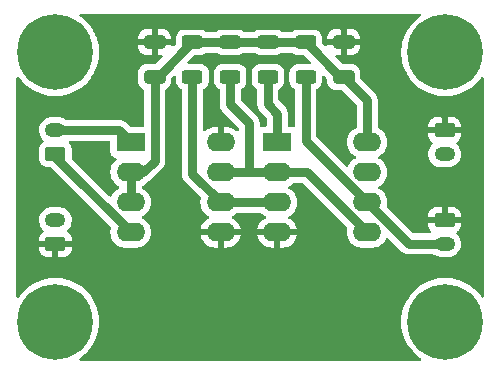
<source format=gtl>
%TF.GenerationSoftware,KiCad,Pcbnew,6.0.11-2627ca5db0~126~ubuntu22.04.1*%
%TF.CreationDate,2023-02-23T11:24:01+01:00*%
%TF.ProjectId,motordriver,6d6f746f-7264-4726-9976-65722e6b6963,rev?*%
%TF.SameCoordinates,Original*%
%TF.FileFunction,Copper,L1,Top*%
%TF.FilePolarity,Positive*%
%FSLAX46Y46*%
G04 Gerber Fmt 4.6, Leading zero omitted, Abs format (unit mm)*
G04 Created by KiCad (PCBNEW 6.0.11-2627ca5db0~126~ubuntu22.04.1) date 2023-02-23 11:24:01*
%MOMM*%
%LPD*%
G01*
G04 APERTURE LIST*
G04 Aperture macros list*
%AMRoundRect*
0 Rectangle with rounded corners*
0 $1 Rounding radius*
0 $2 $3 $4 $5 $6 $7 $8 $9 X,Y pos of 4 corners*
0 Add a 4 corners polygon primitive as box body*
4,1,4,$2,$3,$4,$5,$6,$7,$8,$9,$2,$3,0*
0 Add four circle primitives for the rounded corners*
1,1,$1+$1,$2,$3*
1,1,$1+$1,$4,$5*
1,1,$1+$1,$6,$7*
1,1,$1+$1,$8,$9*
0 Add four rect primitives between the rounded corners*
20,1,$1+$1,$2,$3,$4,$5,0*
20,1,$1+$1,$4,$5,$6,$7,0*
20,1,$1+$1,$6,$7,$8,$9,0*
20,1,$1+$1,$8,$9,$2,$3,0*%
G04 Aperture macros list end*
%TA.AperFunction,ComponentPad*%
%ADD10RoundRect,0.250000X-0.625000X0.350000X-0.625000X-0.350000X0.625000X-0.350000X0.625000X0.350000X0*%
%TD*%
%TA.AperFunction,ComponentPad*%
%ADD11O,1.750000X1.200000*%
%TD*%
%TA.AperFunction,SMDPad,CuDef*%
%ADD12RoundRect,0.250000X-0.625000X0.312500X-0.625000X-0.312500X0.625000X-0.312500X0.625000X0.312500X0*%
%TD*%
%TA.AperFunction,ComponentPad*%
%ADD13R,2.400000X1.600000*%
%TD*%
%TA.AperFunction,ComponentPad*%
%ADD14O,2.400000X1.600000*%
%TD*%
%TA.AperFunction,ComponentPad*%
%ADD15C,0.800000*%
%TD*%
%TA.AperFunction,ComponentPad*%
%ADD16C,6.400000*%
%TD*%
%TA.AperFunction,ComponentPad*%
%ADD17RoundRect,0.250000X0.625000X-0.350000X0.625000X0.350000X-0.625000X0.350000X-0.625000X-0.350000X0*%
%TD*%
%TA.AperFunction,SMDPad,CuDef*%
%ADD18RoundRect,0.250000X0.650000X-0.325000X0.650000X0.325000X-0.650000X0.325000X-0.650000X-0.325000X0*%
%TD*%
%TA.AperFunction,ViaPad*%
%ADD19C,0.800000*%
%TD*%
%TA.AperFunction,Conductor*%
%ADD20C,0.762000*%
%TD*%
G04 APERTURE END LIST*
D10*
%TO.P,SW1,1,1*%
%TO.N,GND*%
X156350000Y-105915000D03*
D11*
%TO.P,SW1,2,2*%
%TO.N,Net-(R1-Pad2)*%
X156350000Y-107915000D03*
%TD*%
D12*
%TO.P,R3,1*%
%TO.N,+BATT*%
X135000000Y-90852500D03*
%TO.P,R3,2*%
%TO.N,Net-(R3-Pad2)*%
X135000000Y-93777500D03*
%TD*%
D13*
%TO.P,U1,1,A*%
%TO.N,Net-(R2-Pad2)*%
X142175000Y-99315000D03*
D14*
%TO.P,U1,2,B*%
%TO.N,Net-(R4-Pad2)*%
X142175000Y-101855000D03*
%TO.P,U1,3,C*%
%TO.N,Net-(R3-Pad2)*%
X142175000Y-104395000D03*
%TO.P,U1,4,VSS*%
%TO.N,GND*%
X142175000Y-106935000D03*
%TO.P,U1,5,F*%
%TO.N,Net-(R4-Pad2)*%
X149795000Y-106935000D03*
%TO.P,U1,6,E*%
%TO.N,Net-(R1-Pad2)*%
X149795000Y-104395000D03*
%TO.P,U1,7,D*%
%TO.N,Net-(R3-Pad2)*%
X149795000Y-101855000D03*
%TO.P,U1,8,VDD*%
%TO.N,+BATT*%
X149795000Y-99315000D03*
%TD*%
D15*
%TO.P,H3,1,1*%
%TO.N,unconnected-(H3-Pad1)*%
X158800000Y-114515000D03*
D16*
X156400000Y-114515000D03*
D15*
X158097056Y-112817944D03*
X154000000Y-114515000D03*
X156400000Y-116915000D03*
X154702944Y-116212056D03*
X154702944Y-112817944D03*
X156400000Y-112115000D03*
X158097056Y-116212056D03*
%TD*%
D17*
%TO.P,M1,1,+*%
%TO.N,Net-(M1-Pad1)*%
X123400000Y-100315000D03*
D11*
%TO.P,M1,2,-*%
%TO.N,Net-(M1-Pad2)*%
X123400000Y-98315000D03*
%TD*%
D15*
%TO.P,H4,1,1*%
%TO.N,unconnected-(H4-Pad1)*%
X158097056Y-93412056D03*
X156400000Y-89315000D03*
X154702944Y-90017944D03*
X154000000Y-91715000D03*
X154702944Y-93412056D03*
D16*
X156400000Y-91715000D03*
D15*
X156400000Y-94115000D03*
X158097056Y-90017944D03*
X158800000Y-91715000D03*
%TD*%
D12*
%TO.P,R4,1*%
%TO.N,+BATT*%
X138200000Y-90852500D03*
%TO.P,R4,2*%
%TO.N,Net-(R4-Pad2)*%
X138200000Y-93777500D03*
%TD*%
D18*
%TO.P,C2,1*%
%TO.N,+BATT*%
X131800000Y-93790000D03*
%TO.P,C2,2*%
%TO.N,GND*%
X131800000Y-90840000D03*
%TD*%
D13*
%TO.P,U2,1,OA*%
%TO.N,Net-(M1-Pad2)*%
X129775000Y-99315000D03*
D14*
%TO.P,U2,2,VCC*%
%TO.N,+BATT*%
X129775000Y-101855000D03*
%TO.P,U2,3,VCC*%
X129775000Y-104395000D03*
%TO.P,U2,4,OB*%
%TO.N,Net-(M1-Pad1)*%
X129775000Y-106935000D03*
%TO.P,U2,5,GND*%
%TO.N,GND*%
X137395000Y-106935000D03*
%TO.P,U2,6,IA*%
%TO.N,Net-(R3-Pad2)*%
X137395000Y-104395000D03*
%TO.P,U2,7,IB*%
%TO.N,Net-(R4-Pad2)*%
X137395000Y-101855000D03*
%TO.P,U2,8,GND*%
%TO.N,GND*%
X137395000Y-99315000D03*
%TD*%
D12*
%TO.P,R2,1*%
%TO.N,+BATT*%
X141400000Y-90852500D03*
%TO.P,R2,2*%
%TO.N,Net-(R2-Pad2)*%
X141400000Y-93777500D03*
%TD*%
D10*
%TO.P,SW2,1,1*%
%TO.N,GND*%
X156350000Y-98315000D03*
D11*
%TO.P,SW2,2,2*%
%TO.N,Net-(R2-Pad2)*%
X156350000Y-100315000D03*
%TD*%
D15*
%TO.P,H2,1,1*%
%TO.N,unconnected-(H2-Pad1)*%
X123400000Y-116915000D03*
X121000000Y-114515000D03*
X125097056Y-116212056D03*
X125800000Y-114515000D03*
X123400000Y-112115000D03*
X121702944Y-116212056D03*
X125097056Y-112817944D03*
D16*
X123400000Y-114515000D03*
D15*
X121702944Y-112817944D03*
%TD*%
D18*
%TO.P,C1,1*%
%TO.N,+BATT*%
X147800000Y-93790000D03*
%TO.P,C1,2*%
%TO.N,GND*%
X147800000Y-90840000D03*
%TD*%
D17*
%TO.P,J1,1,Pin_1*%
%TO.N,GND*%
X123400000Y-107915000D03*
D11*
%TO.P,J1,2,Pin_2*%
%TO.N,+BATT*%
X123400000Y-105915000D03*
%TD*%
D12*
%TO.P,R1,1*%
%TO.N,+BATT*%
X144600000Y-90852500D03*
%TO.P,R1,2*%
%TO.N,Net-(R1-Pad2)*%
X144600000Y-93777500D03*
%TD*%
D15*
%TO.P,H1,1,1*%
%TO.N,unconnected-(H1-Pad1)*%
X125097056Y-93412056D03*
X121702944Y-93412056D03*
D16*
X123400000Y-91715000D03*
D15*
X121702944Y-90017944D03*
X125097056Y-90017944D03*
X123400000Y-94115000D03*
X125800000Y-91715000D03*
X123400000Y-89315000D03*
X121000000Y-91715000D03*
%TD*%
D19*
%TO.N,GND*%
X151800000Y-109315000D03*
X136200000Y-110515000D03*
X135000000Y-109315000D03*
X148200000Y-110515000D03*
X151800000Y-110515000D03*
X150600000Y-109315000D03*
X135000000Y-110515000D03*
X129000000Y-109315000D03*
X130200000Y-110515000D03*
X138600000Y-109315000D03*
X132600000Y-109315000D03*
X130200000Y-109315000D03*
X131400000Y-109315000D03*
X147200000Y-99800000D03*
X144600000Y-110515000D03*
X136200000Y-109315000D03*
X137400000Y-110515000D03*
X147000000Y-109315000D03*
X149400000Y-109315000D03*
X127800000Y-110515000D03*
X144600000Y-109315000D03*
X133800000Y-109315000D03*
X132600000Y-110515000D03*
X142200000Y-109315000D03*
X150600000Y-110515000D03*
X143400000Y-110515000D03*
X139800000Y-110515000D03*
X139800000Y-109315000D03*
X146400000Y-96800000D03*
X147000000Y-110515000D03*
X149800000Y-90715000D03*
X141000000Y-109315000D03*
X133800000Y-110515000D03*
X145800000Y-110515000D03*
X129800000Y-90715000D03*
X131400000Y-110515000D03*
X143400000Y-109315000D03*
X138600000Y-110515000D03*
X127600000Y-100915000D03*
X141000000Y-110515000D03*
X129000000Y-110515000D03*
X148200000Y-109315000D03*
X137400000Y-109315000D03*
X127800000Y-109315000D03*
X145800000Y-109315000D03*
X142200000Y-110515000D03*
X149400000Y-110515000D03*
%TD*%
D20*
%TO.N,+BATT*%
X147800000Y-93790000D02*
X147537500Y-93790000D01*
X131800000Y-93790000D02*
X131800000Y-100915000D01*
X132062500Y-93790000D02*
X135000000Y-90852500D01*
X129775000Y-104395000D02*
X129775000Y-101855000D01*
X149795000Y-95785000D02*
X147800000Y-93790000D01*
X131800000Y-100915000D02*
X130860000Y-101855000D01*
X149795000Y-99315000D02*
X149795000Y-95785000D01*
X147537500Y-93790000D02*
X144600000Y-90852500D01*
X138200000Y-90852500D02*
X141400000Y-90852500D01*
X141400000Y-90852500D02*
X144600000Y-90852500D01*
X135000000Y-90852500D02*
X138200000Y-90852500D01*
X130860000Y-101855000D02*
X129775000Y-101855000D01*
X131800000Y-93790000D02*
X132062500Y-93790000D01*
%TO.N,Net-(M1-Pad1)*%
X123400000Y-100560000D02*
X129775000Y-106935000D01*
X123400000Y-100315000D02*
X123400000Y-100560000D01*
%TO.N,Net-(M1-Pad2)*%
X128775000Y-98315000D02*
X129775000Y-99315000D01*
X123400000Y-98315000D02*
X128775000Y-98315000D01*
%TO.N,Net-(R1-Pad2)*%
X149795000Y-104395000D02*
X153315000Y-107915000D01*
X153315000Y-107915000D02*
X156350000Y-107915000D01*
X144600000Y-93777500D02*
X144600000Y-99200000D01*
X144600000Y-99200000D02*
X149795000Y-104395000D01*
%TO.N,Net-(R2-Pad2)*%
X141400000Y-96115000D02*
X141400000Y-93777500D01*
X142175000Y-96890000D02*
X141400000Y-96115000D01*
X142175000Y-99315000D02*
X142175000Y-96890000D01*
%TO.N,Net-(R3-Pad2)*%
X135000000Y-102000000D02*
X137395000Y-104395000D01*
X137395000Y-104395000D02*
X142175000Y-104395000D01*
X135000000Y-93777500D02*
X135000000Y-102000000D01*
%TO.N,Net-(R4-Pad2)*%
X144715000Y-101855000D02*
X149795000Y-106935000D01*
X139800000Y-101715000D02*
X139940000Y-101855000D01*
X138200000Y-96115000D02*
X139800000Y-97715000D01*
X137395000Y-101855000D02*
X139940000Y-101855000D01*
X139800000Y-97715000D02*
X139800000Y-101715000D01*
X139940000Y-101855000D02*
X142175000Y-101855000D01*
X142175000Y-101855000D02*
X144715000Y-101855000D01*
X138200000Y-93777500D02*
X138200000Y-96115000D01*
%TD*%
%TA.AperFunction,Conductor*%
%TO.N,GND*%
G36*
X154302121Y-88443502D02*
G01*
X154348614Y-88497158D01*
X154358718Y-88567432D01*
X154329224Y-88632012D01*
X154302625Y-88655172D01*
X154217207Y-88710643D01*
X153915124Y-88955266D01*
X153640266Y-89230124D01*
X153395643Y-89532207D01*
X153393848Y-89534970D01*
X153393848Y-89534971D01*
X153190274Y-89848450D01*
X153183938Y-89858206D01*
X153182443Y-89861140D01*
X153182439Y-89861147D01*
X153078239Y-90065652D01*
X153007468Y-90204547D01*
X152950210Y-90353710D01*
X152896793Y-90492866D01*
X152868167Y-90567438D01*
X152767562Y-90942901D01*
X152743175Y-91096876D01*
X152708753Y-91314206D01*
X152706754Y-91326824D01*
X152686411Y-91715000D01*
X152706754Y-92103176D01*
X152707267Y-92106416D01*
X152707268Y-92106424D01*
X152735268Y-92283207D01*
X152767562Y-92487099D01*
X152868167Y-92862562D01*
X152869352Y-92865650D01*
X152869353Y-92865652D01*
X152871676Y-92871704D01*
X153007468Y-93225453D01*
X153008966Y-93228393D01*
X153144271Y-93493943D01*
X153183938Y-93571794D01*
X153185734Y-93574560D01*
X153185736Y-93574563D01*
X153340173Y-93812376D01*
X153395643Y-93897793D01*
X153460158Y-93977462D01*
X153614980Y-94168650D01*
X153640266Y-94199876D01*
X153915124Y-94474734D01*
X153917682Y-94476806D01*
X153917686Y-94476809D01*
X154018097Y-94558120D01*
X154217207Y-94719357D01*
X154219970Y-94721152D01*
X154219971Y-94721152D01*
X154534314Y-94925288D01*
X154543205Y-94931062D01*
X154546139Y-94932557D01*
X154546146Y-94932561D01*
X154873805Y-95099511D01*
X154889547Y-95107532D01*
X155252438Y-95246833D01*
X155627901Y-95347438D01*
X155831793Y-95379732D01*
X156008576Y-95407732D01*
X156008584Y-95407733D01*
X156011824Y-95408246D01*
X156400000Y-95428589D01*
X156788176Y-95408246D01*
X156791416Y-95407733D01*
X156791424Y-95407732D01*
X156968207Y-95379732D01*
X157172099Y-95347438D01*
X157547562Y-95246833D01*
X157910453Y-95107532D01*
X157926195Y-95099511D01*
X158253854Y-94932561D01*
X158253861Y-94932557D01*
X158256795Y-94931062D01*
X158265687Y-94925288D01*
X158580029Y-94721152D01*
X158580030Y-94721152D01*
X158582793Y-94719357D01*
X158781903Y-94558120D01*
X158882314Y-94476809D01*
X158882318Y-94476806D01*
X158884876Y-94474734D01*
X159159734Y-94199876D01*
X159185021Y-94168650D01*
X159339842Y-93977462D01*
X159404357Y-93897793D01*
X159459827Y-93812376D01*
X159513703Y-93766139D01*
X159584025Y-93756369D01*
X159648464Y-93786169D01*
X159686564Y-93846077D01*
X159691500Y-93881000D01*
X159691500Y-112349000D01*
X159671498Y-112417121D01*
X159617842Y-112463614D01*
X159547568Y-112473718D01*
X159482988Y-112444224D01*
X159459827Y-112417624D01*
X159406152Y-112334971D01*
X159406152Y-112334970D01*
X159404357Y-112332207D01*
X159159734Y-112030124D01*
X158884876Y-111755266D01*
X158582793Y-111510643D01*
X158256795Y-111298938D01*
X158253861Y-111297443D01*
X158253854Y-111297439D01*
X157913393Y-111123966D01*
X157910453Y-111122468D01*
X157547562Y-110983167D01*
X157172099Y-110882562D01*
X156968207Y-110850268D01*
X156791424Y-110822268D01*
X156791416Y-110822267D01*
X156788176Y-110821754D01*
X156400000Y-110801411D01*
X156011824Y-110821754D01*
X156008584Y-110822267D01*
X156008576Y-110822268D01*
X155831793Y-110850268D01*
X155627901Y-110882562D01*
X155252438Y-110983167D01*
X154889547Y-111122468D01*
X154886607Y-111123966D01*
X154546147Y-111297439D01*
X154546140Y-111297443D01*
X154543206Y-111298938D01*
X154217207Y-111510643D01*
X153915124Y-111755266D01*
X153640266Y-112030124D01*
X153395643Y-112332207D01*
X153393848Y-112334970D01*
X153393848Y-112334971D01*
X153305386Y-112471192D01*
X153183938Y-112658206D01*
X153007468Y-113004547D01*
X152868167Y-113367438D01*
X152767562Y-113742901D01*
X152706754Y-114126824D01*
X152686411Y-114515000D01*
X152706754Y-114903176D01*
X152767562Y-115287099D01*
X152868167Y-115662562D01*
X153007468Y-116025453D01*
X153183938Y-116371794D01*
X153395643Y-116697793D01*
X153640266Y-116999876D01*
X153915124Y-117274734D01*
X154217207Y-117519357D01*
X154219970Y-117521152D01*
X154219971Y-117521152D01*
X154302624Y-117574827D01*
X154348861Y-117628703D01*
X154358631Y-117699025D01*
X154328831Y-117763464D01*
X154268923Y-117801564D01*
X154234000Y-117806500D01*
X139900017Y-117806500D01*
X125566002Y-117806499D01*
X125497881Y-117786497D01*
X125451388Y-117732841D01*
X125441284Y-117662567D01*
X125470778Y-117597987D01*
X125497378Y-117574826D01*
X125580029Y-117521152D01*
X125580030Y-117521152D01*
X125582793Y-117519357D01*
X125884876Y-117274734D01*
X126159734Y-116999876D01*
X126404357Y-116697793D01*
X126616062Y-116371794D01*
X126792532Y-116025453D01*
X126931833Y-115662562D01*
X127032438Y-115287099D01*
X127093246Y-114903176D01*
X127113589Y-114515000D01*
X127093246Y-114126824D01*
X127032438Y-113742901D01*
X126931833Y-113367438D01*
X126792532Y-113004547D01*
X126616062Y-112658206D01*
X126494615Y-112471192D01*
X126406152Y-112334971D01*
X126406152Y-112334970D01*
X126404357Y-112332207D01*
X126159734Y-112030124D01*
X125884876Y-111755266D01*
X125582793Y-111510643D01*
X125256795Y-111298938D01*
X125253861Y-111297443D01*
X125253854Y-111297439D01*
X124913393Y-111123966D01*
X124910453Y-111122468D01*
X124547562Y-110983167D01*
X124172099Y-110882562D01*
X123968207Y-110850268D01*
X123791424Y-110822268D01*
X123791416Y-110822267D01*
X123788176Y-110821754D01*
X123400000Y-110801411D01*
X123011824Y-110821754D01*
X123008584Y-110822267D01*
X123008576Y-110822268D01*
X122831793Y-110850268D01*
X122627901Y-110882562D01*
X122252438Y-110983167D01*
X121889547Y-111122468D01*
X121886607Y-111123966D01*
X121546147Y-111297439D01*
X121546140Y-111297443D01*
X121543206Y-111298938D01*
X121217207Y-111510643D01*
X120915124Y-111755266D01*
X120640266Y-112030124D01*
X120395643Y-112332207D01*
X120393848Y-112334970D01*
X120393848Y-112334971D01*
X120335412Y-112424955D01*
X120281535Y-112471192D01*
X120211214Y-112480962D01*
X120146774Y-112451162D01*
X120108675Y-112391254D01*
X120103739Y-112356302D01*
X120104672Y-108312095D01*
X122017001Y-108312095D01*
X122017338Y-108318614D01*
X122027257Y-108414206D01*
X122030149Y-108427600D01*
X122081588Y-108581784D01*
X122087761Y-108594962D01*
X122173063Y-108732807D01*
X122182099Y-108744208D01*
X122296829Y-108858739D01*
X122308240Y-108867751D01*
X122446243Y-108952816D01*
X122459424Y-108958963D01*
X122613710Y-109010138D01*
X122627086Y-109013005D01*
X122721438Y-109022672D01*
X122727854Y-109023000D01*
X123127885Y-109023000D01*
X123143124Y-109018525D01*
X123144329Y-109017135D01*
X123146000Y-109009452D01*
X123146000Y-109004884D01*
X123654000Y-109004884D01*
X123658475Y-109020123D01*
X123659865Y-109021328D01*
X123667548Y-109022999D01*
X124072095Y-109022999D01*
X124078614Y-109022662D01*
X124174206Y-109012743D01*
X124187600Y-109009851D01*
X124341784Y-108958412D01*
X124354962Y-108952239D01*
X124492807Y-108866937D01*
X124504208Y-108857901D01*
X124618739Y-108743171D01*
X124627751Y-108731760D01*
X124712816Y-108593757D01*
X124718963Y-108580576D01*
X124770138Y-108426290D01*
X124773005Y-108412914D01*
X124782672Y-108318562D01*
X124783000Y-108312146D01*
X124783000Y-108187115D01*
X124778525Y-108171876D01*
X124777135Y-108170671D01*
X124769452Y-108169000D01*
X123672115Y-108169000D01*
X123656876Y-108173475D01*
X123655671Y-108174865D01*
X123654000Y-108182548D01*
X123654000Y-109004884D01*
X123146000Y-109004884D01*
X123146000Y-108187115D01*
X123141525Y-108171876D01*
X123140135Y-108170671D01*
X123132452Y-108169000D01*
X122035116Y-108169000D01*
X122019877Y-108173475D01*
X122018672Y-108174865D01*
X122017001Y-108182548D01*
X122017001Y-108312095D01*
X120104672Y-108312095D01*
X120105237Y-105860604D01*
X122012787Y-105860604D01*
X122022567Y-106071899D01*
X122072125Y-106277534D01*
X122074607Y-106282992D01*
X122074608Y-106282996D01*
X122118053Y-106378546D01*
X122159674Y-106470087D01*
X122282054Y-106642611D01*
X122286377Y-106646749D01*
X122286381Y-106646754D01*
X122377691Y-106734164D01*
X122413067Y-106795720D01*
X122409548Y-106866629D01*
X122368251Y-106924379D01*
X122356863Y-106932326D01*
X122307193Y-106963063D01*
X122295792Y-106972099D01*
X122181261Y-107086829D01*
X122172249Y-107098240D01*
X122087184Y-107236243D01*
X122081037Y-107249424D01*
X122029862Y-107403710D01*
X122026995Y-107417086D01*
X122017328Y-107511438D01*
X122017000Y-107517855D01*
X122017000Y-107642885D01*
X122021475Y-107658124D01*
X122022865Y-107659329D01*
X122030548Y-107661000D01*
X124764884Y-107661000D01*
X124780123Y-107656525D01*
X124781328Y-107655135D01*
X124782999Y-107647452D01*
X124782999Y-107517905D01*
X124782662Y-107511386D01*
X124772743Y-107415794D01*
X124769851Y-107402400D01*
X124718412Y-107248216D01*
X124712239Y-107235038D01*
X124626937Y-107097193D01*
X124617901Y-107085792D01*
X124503171Y-106971261D01*
X124491760Y-106962249D01*
X124446345Y-106934255D01*
X124398852Y-106881483D01*
X124387428Y-106811411D01*
X124415702Y-106746287D01*
X124434625Y-106727912D01*
X124442920Y-106721396D01*
X124446852Y-106716865D01*
X124446855Y-106716862D01*
X124577621Y-106566167D01*
X124581552Y-106561637D01*
X124584552Y-106556451D01*
X124584555Y-106556447D01*
X124684467Y-106383742D01*
X124687473Y-106378546D01*
X124756861Y-106178729D01*
X124757855Y-106171876D01*
X124786352Y-105975336D01*
X124786352Y-105975333D01*
X124787213Y-105969396D01*
X124777433Y-105758101D01*
X124727875Y-105552466D01*
X124718808Y-105532523D01*
X124665734Y-105415794D01*
X124640326Y-105359913D01*
X124517946Y-105187389D01*
X124365150Y-105041119D01*
X124187452Y-104926380D01*
X124127354Y-104902160D01*
X123996832Y-104849558D01*
X123996829Y-104849557D01*
X123991263Y-104847314D01*
X123783663Y-104806772D01*
X123778101Y-104806500D01*
X123072154Y-104806500D01*
X122914434Y-104821548D01*
X122711466Y-104881092D01*
X122706139Y-104883836D01*
X122706138Y-104883836D01*
X122528751Y-104975196D01*
X122528748Y-104975198D01*
X122523420Y-104977942D01*
X122357080Y-105108604D01*
X122353148Y-105113135D01*
X122353145Y-105113138D01*
X122284474Y-105192275D01*
X122218448Y-105268363D01*
X122215448Y-105273549D01*
X122215445Y-105273553D01*
X122140148Y-105403710D01*
X122112527Y-105451454D01*
X122043139Y-105651271D01*
X122042278Y-105657206D01*
X122042278Y-105657208D01*
X122040964Y-105666275D01*
X122012787Y-105860604D01*
X120105237Y-105860604D01*
X120106990Y-98260604D01*
X122012787Y-98260604D01*
X122022567Y-98471899D01*
X122023971Y-98477724D01*
X122023971Y-98477725D01*
X122068680Y-98663238D01*
X122072125Y-98677534D01*
X122159674Y-98870087D01*
X122282054Y-99042611D01*
X122286381Y-99046753D01*
X122286386Y-99046759D01*
X122377317Y-99133806D01*
X122412694Y-99195361D01*
X122409175Y-99266270D01*
X122367879Y-99324021D01*
X122356496Y-99331965D01*
X122300652Y-99366522D01*
X122175695Y-99491697D01*
X122171855Y-99497927D01*
X122171854Y-99497928D01*
X122113698Y-99592275D01*
X122082885Y-99642262D01*
X122080581Y-99649209D01*
X122031891Y-99796006D01*
X122027203Y-99810139D01*
X122016500Y-99914600D01*
X122016500Y-100715400D01*
X122016837Y-100718646D01*
X122016837Y-100718650D01*
X122025881Y-100805812D01*
X122027474Y-100821166D01*
X122029655Y-100827702D01*
X122029655Y-100827704D01*
X122040988Y-100861673D01*
X122083450Y-100988946D01*
X122176522Y-101139348D01*
X122301697Y-101264305D01*
X122307927Y-101268145D01*
X122307928Y-101268146D01*
X122438948Y-101348908D01*
X122452262Y-101357115D01*
X122464093Y-101361039D01*
X122613611Y-101410632D01*
X122613613Y-101410632D01*
X122620139Y-101412797D01*
X122626975Y-101413497D01*
X122626978Y-101413498D01*
X122670031Y-101417909D01*
X122724600Y-101423500D01*
X122953367Y-101423500D01*
X123021488Y-101443502D01*
X123042462Y-101460405D01*
X128073870Y-106491812D01*
X128107896Y-106554124D01*
X128106482Y-106613518D01*
X128089465Y-106677027D01*
X128081457Y-106706913D01*
X128061502Y-106935000D01*
X128081457Y-107163087D01*
X128082881Y-107168400D01*
X128082881Y-107168402D01*
X128092031Y-107202548D01*
X128140716Y-107384243D01*
X128143039Y-107389224D01*
X128143039Y-107389225D01*
X128235151Y-107586762D01*
X128235154Y-107586767D01*
X128237477Y-107591749D01*
X128284797Y-107659329D01*
X128358153Y-107764091D01*
X128368802Y-107779300D01*
X128530700Y-107941198D01*
X128535208Y-107944355D01*
X128535211Y-107944357D01*
X128562406Y-107963399D01*
X128718251Y-108072523D01*
X128723233Y-108074846D01*
X128723238Y-108074849D01*
X128919765Y-108166490D01*
X128925757Y-108169284D01*
X128931065Y-108170706D01*
X128931067Y-108170707D01*
X129141598Y-108227119D01*
X129141600Y-108227119D01*
X129146913Y-108228543D01*
X129245120Y-108237135D01*
X129315149Y-108243262D01*
X129315156Y-108243262D01*
X129317873Y-108243500D01*
X130232127Y-108243500D01*
X130234844Y-108243262D01*
X130234851Y-108243262D01*
X130304880Y-108237135D01*
X130403087Y-108228543D01*
X130408400Y-108227119D01*
X130408402Y-108227119D01*
X130618933Y-108170707D01*
X130618935Y-108170706D01*
X130624243Y-108169284D01*
X130630235Y-108166490D01*
X130826762Y-108074849D01*
X130826767Y-108074846D01*
X130831749Y-108072523D01*
X130987594Y-107963399D01*
X131014789Y-107944357D01*
X131014792Y-107944355D01*
X131019300Y-107941198D01*
X131181198Y-107779300D01*
X131191848Y-107764091D01*
X131265203Y-107659329D01*
X131312523Y-107591749D01*
X131314846Y-107586767D01*
X131314849Y-107586762D01*
X131406961Y-107389225D01*
X131406961Y-107389224D01*
X131409284Y-107384243D01*
X131457970Y-107202548D01*
X131458245Y-107201522D01*
X135712273Y-107201522D01*
X135759764Y-107378761D01*
X135763510Y-107389053D01*
X135855586Y-107586511D01*
X135861069Y-107596007D01*
X135986028Y-107774467D01*
X135993084Y-107782875D01*
X136147125Y-107936916D01*
X136155533Y-107943972D01*
X136333993Y-108068931D01*
X136343489Y-108074414D01*
X136540947Y-108166490D01*
X136551239Y-108170236D01*
X136761688Y-108226625D01*
X136772481Y-108228528D01*
X136935170Y-108242762D01*
X136940635Y-108243000D01*
X137122885Y-108243000D01*
X137138124Y-108238525D01*
X137139329Y-108237135D01*
X137141000Y-108229452D01*
X137141000Y-108224885D01*
X137649000Y-108224885D01*
X137653475Y-108240124D01*
X137654865Y-108241329D01*
X137662548Y-108243000D01*
X137849365Y-108243000D01*
X137854830Y-108242762D01*
X138017519Y-108228528D01*
X138028312Y-108226625D01*
X138238761Y-108170236D01*
X138249053Y-108166490D01*
X138446511Y-108074414D01*
X138456007Y-108068931D01*
X138634467Y-107943972D01*
X138642875Y-107936916D01*
X138796916Y-107782875D01*
X138803972Y-107774467D01*
X138928931Y-107596007D01*
X138934414Y-107586511D01*
X139026490Y-107389053D01*
X139030236Y-107378761D01*
X139076394Y-107206497D01*
X139076275Y-107201522D01*
X140492273Y-107201522D01*
X140539764Y-107378761D01*
X140543510Y-107389053D01*
X140635586Y-107586511D01*
X140641069Y-107596007D01*
X140766028Y-107774467D01*
X140773084Y-107782875D01*
X140927125Y-107936916D01*
X140935533Y-107943972D01*
X141113993Y-108068931D01*
X141123489Y-108074414D01*
X141320947Y-108166490D01*
X141331239Y-108170236D01*
X141541688Y-108226625D01*
X141552481Y-108228528D01*
X141715170Y-108242762D01*
X141720635Y-108243000D01*
X141902885Y-108243000D01*
X141918124Y-108238525D01*
X141919329Y-108237135D01*
X141921000Y-108229452D01*
X141921000Y-108224885D01*
X142429000Y-108224885D01*
X142433475Y-108240124D01*
X142434865Y-108241329D01*
X142442548Y-108243000D01*
X142629365Y-108243000D01*
X142634830Y-108242762D01*
X142797519Y-108228528D01*
X142808312Y-108226625D01*
X143018761Y-108170236D01*
X143029053Y-108166490D01*
X143226511Y-108074414D01*
X143236007Y-108068931D01*
X143414467Y-107943972D01*
X143422875Y-107936916D01*
X143576916Y-107782875D01*
X143583972Y-107774467D01*
X143708931Y-107596007D01*
X143714414Y-107586511D01*
X143806490Y-107389053D01*
X143810236Y-107378761D01*
X143856394Y-107206497D01*
X143856058Y-107192401D01*
X143848116Y-107189000D01*
X142447115Y-107189000D01*
X142431876Y-107193475D01*
X142430671Y-107194865D01*
X142429000Y-107202548D01*
X142429000Y-108224885D01*
X141921000Y-108224885D01*
X141921000Y-107207115D01*
X141916525Y-107191876D01*
X141915135Y-107190671D01*
X141907452Y-107189000D01*
X140507033Y-107189000D01*
X140493502Y-107192973D01*
X140492273Y-107201522D01*
X139076275Y-107201522D01*
X139076058Y-107192401D01*
X139068116Y-107189000D01*
X137667115Y-107189000D01*
X137651876Y-107193475D01*
X137650671Y-107194865D01*
X137649000Y-107202548D01*
X137649000Y-108224885D01*
X137141000Y-108224885D01*
X137141000Y-107207115D01*
X137136525Y-107191876D01*
X137135135Y-107190671D01*
X137127452Y-107189000D01*
X135727033Y-107189000D01*
X135713502Y-107192973D01*
X135712273Y-107201522D01*
X131458245Y-107201522D01*
X131467119Y-107168402D01*
X131467119Y-107168400D01*
X131468543Y-107163087D01*
X131488498Y-106935000D01*
X131468543Y-106706913D01*
X131429616Y-106561637D01*
X131410707Y-106491067D01*
X131410706Y-106491065D01*
X131409284Y-106485757D01*
X131382165Y-106427600D01*
X131314849Y-106283238D01*
X131314846Y-106283233D01*
X131312523Y-106278251D01*
X131181198Y-106090700D01*
X131019300Y-105928802D01*
X131014792Y-105925645D01*
X131014789Y-105925643D01*
X130913420Y-105854664D01*
X130831749Y-105797477D01*
X130826767Y-105795154D01*
X130826762Y-105795151D01*
X130792543Y-105779195D01*
X130739258Y-105732278D01*
X130719797Y-105664001D01*
X130740339Y-105596041D01*
X130792543Y-105550805D01*
X130826762Y-105534849D01*
X130826767Y-105534846D01*
X130831749Y-105532523D01*
X130998455Y-105415794D01*
X131014789Y-105404357D01*
X131014792Y-105404355D01*
X131019300Y-105401198D01*
X131181198Y-105239300D01*
X131214126Y-105192275D01*
X131269538Y-105113138D01*
X131312523Y-105051749D01*
X131314846Y-105046767D01*
X131314849Y-105046762D01*
X131406961Y-104849225D01*
X131406961Y-104849224D01*
X131409284Y-104844243D01*
X131418493Y-104809877D01*
X131467119Y-104628402D01*
X131467120Y-104628398D01*
X131468543Y-104623087D01*
X131488498Y-104395000D01*
X131468543Y-104166913D01*
X131409284Y-103945757D01*
X131398010Y-103921580D01*
X131314849Y-103743238D01*
X131314846Y-103743233D01*
X131312523Y-103738251D01*
X131181198Y-103550700D01*
X131019300Y-103388802D01*
X131014792Y-103385645D01*
X131014789Y-103385643D01*
X130936611Y-103330902D01*
X130831749Y-103257477D01*
X130826767Y-103255154D01*
X130826762Y-103255151D01*
X130792543Y-103239195D01*
X130739258Y-103192278D01*
X130719797Y-103124001D01*
X130740339Y-103056041D01*
X130792543Y-103010805D01*
X130826762Y-102994849D01*
X130826767Y-102994846D01*
X130831749Y-102992523D01*
X130936611Y-102919098D01*
X131014789Y-102864357D01*
X131014792Y-102864355D01*
X131019300Y-102861198D01*
X131180942Y-102699556D01*
X131218360Y-102673838D01*
X131223785Y-102672075D01*
X131281724Y-102638624D01*
X131287520Y-102635477D01*
X131347125Y-102605107D01*
X131357670Y-102596568D01*
X131373955Y-102585375D01*
X131380002Y-102581884D01*
X131380005Y-102581881D01*
X131385715Y-102578585D01*
X131390615Y-102574173D01*
X131390619Y-102574170D01*
X131435425Y-102533825D01*
X131440446Y-102529537D01*
X131453441Y-102519014D01*
X131456006Y-102516937D01*
X131470153Y-102502790D01*
X131474937Y-102498249D01*
X131519766Y-102457885D01*
X131519767Y-102457883D01*
X131524669Y-102453470D01*
X131532652Y-102442482D01*
X131545489Y-102427454D01*
X132372454Y-101600489D01*
X132387482Y-101587652D01*
X132398470Y-101579669D01*
X132443249Y-101529937D01*
X132447790Y-101525153D01*
X132461937Y-101511006D01*
X132474537Y-101495446D01*
X132478825Y-101490425D01*
X132519170Y-101445619D01*
X132519173Y-101445615D01*
X132523585Y-101440715D01*
X132526881Y-101435005D01*
X132526884Y-101435002D01*
X132530375Y-101428955D01*
X132541568Y-101412670D01*
X132544522Y-101409022D01*
X132550107Y-101402125D01*
X132580477Y-101342520D01*
X132583624Y-101336724D01*
X132586943Y-101330975D01*
X132617075Y-101278785D01*
X132621270Y-101265875D01*
X132628833Y-101247616D01*
X132634994Y-101235524D01*
X132652309Y-101170906D01*
X132654182Y-101164582D01*
X132664958Y-101131415D01*
X132674855Y-101100956D01*
X132676272Y-101087470D01*
X132679876Y-101068023D01*
X132681680Y-101061293D01*
X132681680Y-101061292D01*
X132683389Y-101054915D01*
X132684034Y-101042611D01*
X132686890Y-100988113D01*
X132687407Y-100981539D01*
X132689156Y-100964895D01*
X132689156Y-100964891D01*
X132689500Y-100961620D01*
X132689500Y-100941593D01*
X132689673Y-100934999D01*
X132692829Y-100874782D01*
X132692829Y-100874778D01*
X132693174Y-100868190D01*
X132691051Y-100854785D01*
X132689500Y-100835075D01*
X132689500Y-94925288D01*
X132709502Y-94857167D01*
X132762048Y-94811188D01*
X132767007Y-94808865D01*
X132773946Y-94806550D01*
X132780166Y-94802701D01*
X132780170Y-94802699D01*
X132918120Y-94717332D01*
X132924348Y-94713478D01*
X133049305Y-94588303D01*
X133053146Y-94582072D01*
X133138275Y-94443968D01*
X133138276Y-94443966D01*
X133142115Y-94437738D01*
X133197797Y-94269861D01*
X133200359Y-94244861D01*
X133204728Y-94202213D01*
X133208500Y-94165400D01*
X133208500Y-93954133D01*
X133228502Y-93886012D01*
X133245405Y-93865038D01*
X133401405Y-93709038D01*
X133463717Y-93675012D01*
X133534532Y-93680077D01*
X133591368Y-93722624D01*
X133616179Y-93789144D01*
X133616500Y-93798133D01*
X133616500Y-94140400D01*
X133616837Y-94143646D01*
X133616837Y-94143650D01*
X133622914Y-94202213D01*
X133627474Y-94246166D01*
X133629655Y-94252702D01*
X133629655Y-94252704D01*
X133637557Y-94276389D01*
X133683450Y-94413946D01*
X133776522Y-94564348D01*
X133901697Y-94689305D01*
X134050617Y-94781101D01*
X134098109Y-94833872D01*
X134110500Y-94888360D01*
X134110500Y-101920075D01*
X134108949Y-101939785D01*
X134106826Y-101953190D01*
X134107171Y-101959778D01*
X134107171Y-101959782D01*
X134110327Y-102019999D01*
X134110500Y-102026593D01*
X134110500Y-102046620D01*
X134110844Y-102049891D01*
X134110844Y-102049895D01*
X134112593Y-102066539D01*
X134113110Y-102073113D01*
X134116611Y-102139915D01*
X134118320Y-102146292D01*
X134118320Y-102146293D01*
X134120124Y-102153023D01*
X134123728Y-102172470D01*
X134125145Y-102185956D01*
X134127187Y-102192240D01*
X134145818Y-102249582D01*
X134147691Y-102255906D01*
X134165006Y-102320524D01*
X134171167Y-102332616D01*
X134178730Y-102350875D01*
X134182925Y-102363785D01*
X134213057Y-102415975D01*
X134216376Y-102421724D01*
X134219523Y-102427520D01*
X134249893Y-102487125D01*
X134254050Y-102492258D01*
X134258432Y-102497670D01*
X134269625Y-102513955D01*
X134273116Y-102520002D01*
X134273119Y-102520005D01*
X134276415Y-102525715D01*
X134280827Y-102530615D01*
X134280830Y-102530619D01*
X134321175Y-102575425D01*
X134325463Y-102580446D01*
X134329454Y-102585375D01*
X134338063Y-102596006D01*
X134352210Y-102610153D01*
X134356751Y-102614937D01*
X134401530Y-102664669D01*
X134412518Y-102672652D01*
X134427546Y-102685489D01*
X135693870Y-103951813D01*
X135727896Y-104014125D01*
X135726482Y-104073519D01*
X135701457Y-104166913D01*
X135681502Y-104395000D01*
X135701457Y-104623087D01*
X135702880Y-104628398D01*
X135702881Y-104628402D01*
X135751508Y-104809877D01*
X135760716Y-104844243D01*
X135763039Y-104849224D01*
X135763039Y-104849225D01*
X135855151Y-105046762D01*
X135855154Y-105046767D01*
X135857477Y-105051749D01*
X135900462Y-105113138D01*
X135955875Y-105192275D01*
X135988802Y-105239300D01*
X136150700Y-105401198D01*
X136155208Y-105404355D01*
X136155211Y-105404357D01*
X136171545Y-105415794D01*
X136338251Y-105532523D01*
X136343233Y-105534846D01*
X136343238Y-105534849D01*
X136378049Y-105551081D01*
X136431334Y-105597998D01*
X136450795Y-105666275D01*
X136430253Y-105734235D01*
X136378049Y-105779471D01*
X136343489Y-105795586D01*
X136333993Y-105801069D01*
X136155533Y-105926028D01*
X136147125Y-105933084D01*
X135993084Y-106087125D01*
X135986028Y-106095533D01*
X135861069Y-106273993D01*
X135855586Y-106283489D01*
X135763510Y-106480947D01*
X135759764Y-106491239D01*
X135713606Y-106663503D01*
X135713942Y-106677599D01*
X135721884Y-106681000D01*
X139062967Y-106681000D01*
X139076498Y-106677027D01*
X139077727Y-106668478D01*
X139030236Y-106491239D01*
X139026490Y-106480947D01*
X138934414Y-106283489D01*
X138928931Y-106273993D01*
X138803972Y-106095533D01*
X138796916Y-106087125D01*
X138642875Y-105933084D01*
X138634467Y-105926028D01*
X138456007Y-105801069D01*
X138446511Y-105795586D01*
X138411951Y-105779471D01*
X138358666Y-105732554D01*
X138339205Y-105664277D01*
X138359747Y-105596317D01*
X138411951Y-105551081D01*
X138446762Y-105534849D01*
X138446767Y-105534846D01*
X138451749Y-105532523D01*
X138618455Y-105415794D01*
X138634789Y-105404357D01*
X138634792Y-105404355D01*
X138639300Y-105401198D01*
X138719093Y-105321405D01*
X138781405Y-105287379D01*
X138808188Y-105284500D01*
X140761812Y-105284500D01*
X140829933Y-105304502D01*
X140850907Y-105321405D01*
X140930700Y-105401198D01*
X140935208Y-105404355D01*
X140935211Y-105404357D01*
X140951545Y-105415794D01*
X141118251Y-105532523D01*
X141123233Y-105534846D01*
X141123238Y-105534849D01*
X141158049Y-105551081D01*
X141211334Y-105597998D01*
X141230795Y-105666275D01*
X141210253Y-105734235D01*
X141158049Y-105779471D01*
X141123489Y-105795586D01*
X141113993Y-105801069D01*
X140935533Y-105926028D01*
X140927125Y-105933084D01*
X140773084Y-106087125D01*
X140766028Y-106095533D01*
X140641069Y-106273993D01*
X140635586Y-106283489D01*
X140543510Y-106480947D01*
X140539764Y-106491239D01*
X140493606Y-106663503D01*
X140493942Y-106677599D01*
X140501884Y-106681000D01*
X143842967Y-106681000D01*
X143856498Y-106677027D01*
X143857727Y-106668478D01*
X143810236Y-106491239D01*
X143806490Y-106480947D01*
X143714414Y-106283489D01*
X143708931Y-106273993D01*
X143583972Y-106095533D01*
X143576916Y-106087125D01*
X143422875Y-105933084D01*
X143414467Y-105926028D01*
X143236007Y-105801069D01*
X143226511Y-105795586D01*
X143191951Y-105779471D01*
X143138666Y-105732554D01*
X143119205Y-105664277D01*
X143139747Y-105596317D01*
X143191951Y-105551081D01*
X143226762Y-105534849D01*
X143226767Y-105534846D01*
X143231749Y-105532523D01*
X143398455Y-105415794D01*
X143414789Y-105404357D01*
X143414792Y-105404355D01*
X143419300Y-105401198D01*
X143581198Y-105239300D01*
X143614126Y-105192275D01*
X143669538Y-105113138D01*
X143712523Y-105051749D01*
X143714846Y-105046767D01*
X143714849Y-105046762D01*
X143806961Y-104849225D01*
X143806961Y-104849224D01*
X143809284Y-104844243D01*
X143818493Y-104809877D01*
X143867119Y-104628402D01*
X143867120Y-104628398D01*
X143868543Y-104623087D01*
X143888498Y-104395000D01*
X143868543Y-104166913D01*
X143809284Y-103945757D01*
X143798010Y-103921580D01*
X143714849Y-103743238D01*
X143714846Y-103743233D01*
X143712523Y-103738251D01*
X143581198Y-103550700D01*
X143419300Y-103388802D01*
X143414792Y-103385645D01*
X143414789Y-103385643D01*
X143336611Y-103330902D01*
X143231749Y-103257477D01*
X143226767Y-103255154D01*
X143226762Y-103255151D01*
X143192543Y-103239195D01*
X143139258Y-103192278D01*
X143119797Y-103124001D01*
X143140339Y-103056041D01*
X143192543Y-103010805D01*
X143226762Y-102994849D01*
X143226767Y-102994846D01*
X143231749Y-102992523D01*
X143336611Y-102919098D01*
X143414789Y-102864357D01*
X143414792Y-102864355D01*
X143419300Y-102861198D01*
X143499093Y-102781405D01*
X143561405Y-102747379D01*
X143588188Y-102744500D01*
X144294367Y-102744500D01*
X144362488Y-102764502D01*
X144383462Y-102781405D01*
X148093870Y-106491813D01*
X148127896Y-106554125D01*
X148126482Y-106613518D01*
X148101457Y-106706913D01*
X148081502Y-106935000D01*
X148101457Y-107163087D01*
X148102881Y-107168400D01*
X148102881Y-107168402D01*
X148112031Y-107202548D01*
X148160716Y-107384243D01*
X148163039Y-107389224D01*
X148163039Y-107389225D01*
X148255151Y-107586762D01*
X148255154Y-107586767D01*
X148257477Y-107591749D01*
X148304797Y-107659329D01*
X148378153Y-107764091D01*
X148388802Y-107779300D01*
X148550700Y-107941198D01*
X148555208Y-107944355D01*
X148555211Y-107944357D01*
X148582406Y-107963399D01*
X148738251Y-108072523D01*
X148743233Y-108074846D01*
X148743238Y-108074849D01*
X148939765Y-108166490D01*
X148945757Y-108169284D01*
X148951065Y-108170706D01*
X148951067Y-108170707D01*
X149161598Y-108227119D01*
X149161600Y-108227119D01*
X149166913Y-108228543D01*
X149265120Y-108237135D01*
X149335149Y-108243262D01*
X149335156Y-108243262D01*
X149337873Y-108243500D01*
X150252127Y-108243500D01*
X150254844Y-108243262D01*
X150254851Y-108243262D01*
X150324880Y-108237135D01*
X150423087Y-108228543D01*
X150428400Y-108227119D01*
X150428402Y-108227119D01*
X150638933Y-108170707D01*
X150638935Y-108170706D01*
X150644243Y-108169284D01*
X150650235Y-108166490D01*
X150846762Y-108074849D01*
X150846767Y-108074846D01*
X150851749Y-108072523D01*
X151007594Y-107963399D01*
X151034789Y-107944357D01*
X151034792Y-107944355D01*
X151039300Y-107941198D01*
X151201198Y-107779300D01*
X151211848Y-107764091D01*
X151285203Y-107659329D01*
X151332523Y-107591749D01*
X151334847Y-107586764D01*
X151334851Y-107586758D01*
X151384088Y-107481167D01*
X151431005Y-107427881D01*
X151499282Y-107408420D01*
X151567242Y-107428961D01*
X151587378Y-107445321D01*
X152629511Y-108487454D01*
X152642348Y-108502482D01*
X152650331Y-108513470D01*
X152655233Y-108517883D01*
X152655234Y-108517885D01*
X152700063Y-108558249D01*
X152704847Y-108562790D01*
X152718994Y-108576937D01*
X152721559Y-108579014D01*
X152734554Y-108589537D01*
X152739568Y-108593819D01*
X152754575Y-108607331D01*
X152784381Y-108634170D01*
X152784385Y-108634173D01*
X152789285Y-108638585D01*
X152794995Y-108641881D01*
X152794998Y-108641884D01*
X152801045Y-108645375D01*
X152817330Y-108656568D01*
X152827875Y-108665107D01*
X152887480Y-108695477D01*
X152893276Y-108698624D01*
X152951215Y-108732075D01*
X152964125Y-108736270D01*
X152982384Y-108743833D01*
X152994476Y-108749994D01*
X153051641Y-108765312D01*
X153059094Y-108767309D01*
X153065419Y-108769182D01*
X153129044Y-108789855D01*
X153135611Y-108790545D01*
X153135615Y-108790546D01*
X153141288Y-108791142D01*
X153142530Y-108791272D01*
X153161972Y-108794875D01*
X153175085Y-108798389D01*
X153181682Y-108798735D01*
X153181684Y-108798735D01*
X153241887Y-108801890D01*
X153248461Y-108802407D01*
X153265105Y-108804156D01*
X153265109Y-108804156D01*
X153268380Y-108804500D01*
X153288407Y-108804500D01*
X153295001Y-108804673D01*
X153355218Y-108807829D01*
X153355222Y-108807829D01*
X153361810Y-108808174D01*
X153368325Y-108807142D01*
X153368327Y-108807142D01*
X153375214Y-108806051D01*
X153394925Y-108804500D01*
X155371895Y-108804500D01*
X155440242Y-108824648D01*
X155562548Y-108903620D01*
X155568114Y-108905863D01*
X155753168Y-108980442D01*
X155753171Y-108980443D01*
X155758737Y-108982686D01*
X155966337Y-109023228D01*
X155971899Y-109023500D01*
X156677846Y-109023500D01*
X156835566Y-109008452D01*
X157038534Y-108948908D01*
X157122111Y-108905863D01*
X157221249Y-108854804D01*
X157221252Y-108854802D01*
X157226580Y-108852058D01*
X157392920Y-108721396D01*
X157396852Y-108716865D01*
X157396855Y-108716862D01*
X157527621Y-108566167D01*
X157531552Y-108561637D01*
X157534552Y-108556451D01*
X157534555Y-108556447D01*
X157634467Y-108383742D01*
X157637473Y-108378546D01*
X157706861Y-108178729D01*
X157708024Y-108170707D01*
X157736352Y-107975336D01*
X157736352Y-107975333D01*
X157737213Y-107969396D01*
X157727433Y-107758101D01*
X157686140Y-107586762D01*
X157679281Y-107558299D01*
X157679280Y-107558297D01*
X157677875Y-107552466D01*
X157662139Y-107517855D01*
X157592806Y-107365368D01*
X157590326Y-107359913D01*
X157467946Y-107187389D01*
X157463623Y-107183251D01*
X157463619Y-107183246D01*
X157372309Y-107095836D01*
X157336933Y-107034280D01*
X157340452Y-106963371D01*
X157381749Y-106905621D01*
X157393137Y-106897674D01*
X157442807Y-106866937D01*
X157454208Y-106857901D01*
X157568739Y-106743171D01*
X157577751Y-106731760D01*
X157662816Y-106593757D01*
X157668963Y-106580576D01*
X157720138Y-106426290D01*
X157723005Y-106412914D01*
X157732672Y-106318562D01*
X157733000Y-106312146D01*
X157733000Y-106187115D01*
X157728525Y-106171876D01*
X157727135Y-106170671D01*
X157719452Y-106169000D01*
X154985116Y-106169000D01*
X154969877Y-106173475D01*
X154968672Y-106174865D01*
X154967001Y-106182548D01*
X154967001Y-106312095D01*
X154967338Y-106318614D01*
X154977257Y-106414206D01*
X154980149Y-106427600D01*
X155031588Y-106581784D01*
X155037761Y-106594962D01*
X155123063Y-106732807D01*
X155132099Y-106744208D01*
X155198333Y-106810327D01*
X155232412Y-106872610D01*
X155227409Y-106943430D01*
X155184912Y-107000303D01*
X155118413Y-107025171D01*
X155109315Y-107025500D01*
X153735633Y-107025500D01*
X153667512Y-107005498D01*
X153646538Y-106988595D01*
X152300828Y-105642885D01*
X154967000Y-105642885D01*
X154971475Y-105658124D01*
X154972865Y-105659329D01*
X154980548Y-105661000D01*
X156077885Y-105661000D01*
X156093124Y-105656525D01*
X156094329Y-105655135D01*
X156096000Y-105647452D01*
X156096000Y-105642885D01*
X156604000Y-105642885D01*
X156608475Y-105658124D01*
X156609865Y-105659329D01*
X156617548Y-105661000D01*
X157714884Y-105661000D01*
X157730123Y-105656525D01*
X157731328Y-105655135D01*
X157732999Y-105647452D01*
X157732999Y-105517905D01*
X157732662Y-105511386D01*
X157722743Y-105415794D01*
X157719851Y-105402400D01*
X157668412Y-105248216D01*
X157662239Y-105235038D01*
X157576937Y-105097193D01*
X157567901Y-105085792D01*
X157453171Y-104971261D01*
X157441760Y-104962249D01*
X157303757Y-104877184D01*
X157290576Y-104871037D01*
X157136290Y-104819862D01*
X157122914Y-104816995D01*
X157028562Y-104807328D01*
X157022145Y-104807000D01*
X156622115Y-104807000D01*
X156606876Y-104811475D01*
X156605671Y-104812865D01*
X156604000Y-104820548D01*
X156604000Y-105642885D01*
X156096000Y-105642885D01*
X156096000Y-104825116D01*
X156091525Y-104809877D01*
X156090135Y-104808672D01*
X156082452Y-104807001D01*
X155677905Y-104807001D01*
X155671386Y-104807338D01*
X155575794Y-104817257D01*
X155562400Y-104820149D01*
X155408216Y-104871588D01*
X155395038Y-104877761D01*
X155257193Y-104963063D01*
X155245792Y-104972099D01*
X155131261Y-105086829D01*
X155122249Y-105098240D01*
X155037184Y-105236243D01*
X155031037Y-105249424D01*
X154979862Y-105403710D01*
X154976995Y-105417086D01*
X154967328Y-105511438D01*
X154967000Y-105517855D01*
X154967000Y-105642885D01*
X152300828Y-105642885D01*
X151496130Y-104838187D01*
X151462104Y-104775875D01*
X151463518Y-104716480D01*
X151487120Y-104628398D01*
X151487120Y-104628397D01*
X151488543Y-104623087D01*
X151508498Y-104395000D01*
X151488543Y-104166913D01*
X151429284Y-103945757D01*
X151418010Y-103921580D01*
X151334849Y-103743238D01*
X151334846Y-103743233D01*
X151332523Y-103738251D01*
X151201198Y-103550700D01*
X151039300Y-103388802D01*
X151034792Y-103385645D01*
X151034789Y-103385643D01*
X150956611Y-103330902D01*
X150851749Y-103257477D01*
X150846767Y-103255154D01*
X150846762Y-103255151D01*
X150812543Y-103239195D01*
X150759258Y-103192278D01*
X150739797Y-103124001D01*
X150760339Y-103056041D01*
X150812543Y-103010805D01*
X150846762Y-102994849D01*
X150846767Y-102994846D01*
X150851749Y-102992523D01*
X150956611Y-102919098D01*
X151034789Y-102864357D01*
X151034792Y-102864355D01*
X151039300Y-102861198D01*
X151201198Y-102699300D01*
X151222574Y-102668773D01*
X151319310Y-102530619D01*
X151332523Y-102511749D01*
X151334846Y-102506767D01*
X151334849Y-102506762D01*
X151426961Y-102309225D01*
X151426961Y-102309224D01*
X151429284Y-102304243D01*
X151443931Y-102249582D01*
X151487119Y-102088402D01*
X151487119Y-102088400D01*
X151488543Y-102083087D01*
X151508498Y-101855000D01*
X151488543Y-101626913D01*
X151462558Y-101529937D01*
X151430707Y-101411067D01*
X151430706Y-101411065D01*
X151429284Y-101405757D01*
X151418010Y-101381580D01*
X151334849Y-101203238D01*
X151334846Y-101203233D01*
X151332523Y-101198251D01*
X151226443Y-101046753D01*
X151204357Y-101015211D01*
X151204355Y-101015208D01*
X151201198Y-101010700D01*
X151039300Y-100848802D01*
X151034792Y-100845645D01*
X151034789Y-100845643D01*
X150938964Y-100778546D01*
X150851749Y-100717477D01*
X150846767Y-100715154D01*
X150846762Y-100715151D01*
X150812543Y-100699195D01*
X150759258Y-100652278D01*
X150739797Y-100584001D01*
X150760339Y-100516041D01*
X150812543Y-100470805D01*
X150846762Y-100454849D01*
X150846767Y-100454846D01*
X150851749Y-100452523D01*
X151006033Y-100344492D01*
X151034789Y-100324357D01*
X151034792Y-100324355D01*
X151039300Y-100321198D01*
X151099894Y-100260604D01*
X154962787Y-100260604D01*
X154972567Y-100471899D01*
X154973971Y-100477724D01*
X154973971Y-100477725D01*
X155017165Y-100656951D01*
X155022125Y-100677534D01*
X155024607Y-100682992D01*
X155024608Y-100682996D01*
X155066200Y-100774471D01*
X155109674Y-100870087D01*
X155178840Y-100967593D01*
X155223582Y-101030667D01*
X155232054Y-101042611D01*
X155384850Y-101188881D01*
X155562548Y-101303620D01*
X155622646Y-101327840D01*
X155753168Y-101380442D01*
X155753171Y-101380443D01*
X155758737Y-101382686D01*
X155966337Y-101423228D01*
X155971899Y-101423500D01*
X156677846Y-101423500D01*
X156835566Y-101408452D01*
X157038534Y-101348908D01*
X157050937Y-101342520D01*
X157221249Y-101254804D01*
X157221252Y-101254802D01*
X157226580Y-101252058D01*
X157392920Y-101121396D01*
X157396852Y-101116865D01*
X157396855Y-101116862D01*
X157527621Y-100966167D01*
X157531552Y-100961637D01*
X157534552Y-100956451D01*
X157534555Y-100956447D01*
X157634467Y-100783742D01*
X157637473Y-100778546D01*
X157706861Y-100578729D01*
X157707722Y-100572792D01*
X157736352Y-100375336D01*
X157736352Y-100375333D01*
X157737213Y-100369396D01*
X157727433Y-100158101D01*
X157682522Y-99971749D01*
X157679281Y-99958299D01*
X157679280Y-99958297D01*
X157677875Y-99952466D01*
X157662144Y-99917866D01*
X157609596Y-99802296D01*
X157590326Y-99759913D01*
X157467946Y-99587389D01*
X157463623Y-99583251D01*
X157463619Y-99583246D01*
X157372309Y-99495836D01*
X157336933Y-99434280D01*
X157340452Y-99363371D01*
X157381749Y-99305621D01*
X157393137Y-99297674D01*
X157442807Y-99266937D01*
X157454208Y-99257901D01*
X157568739Y-99143171D01*
X157577751Y-99131760D01*
X157662816Y-98993757D01*
X157668963Y-98980576D01*
X157720138Y-98826290D01*
X157723005Y-98812914D01*
X157732672Y-98718562D01*
X157733000Y-98712146D01*
X157733000Y-98587115D01*
X157728525Y-98571876D01*
X157727135Y-98570671D01*
X157719452Y-98569000D01*
X154985116Y-98569000D01*
X154969877Y-98573475D01*
X154968672Y-98574865D01*
X154967001Y-98582548D01*
X154967001Y-98712095D01*
X154967338Y-98718614D01*
X154977257Y-98814206D01*
X154980149Y-98827600D01*
X155031588Y-98981784D01*
X155037761Y-98994962D01*
X155123063Y-99132807D01*
X155132099Y-99144208D01*
X155246829Y-99258739D01*
X155258240Y-99267751D01*
X155303655Y-99295745D01*
X155351148Y-99348517D01*
X155362572Y-99418589D01*
X155334298Y-99483713D01*
X155315375Y-99502088D01*
X155307080Y-99508604D01*
X155303148Y-99513135D01*
X155303145Y-99513138D01*
X155234474Y-99592275D01*
X155168448Y-99668363D01*
X155165448Y-99673549D01*
X155165445Y-99673553D01*
X155090966Y-99802296D01*
X155062527Y-99851454D01*
X154993139Y-100051271D01*
X154992278Y-100057206D01*
X154992278Y-100057208D01*
X154966831Y-100232715D01*
X154962787Y-100260604D01*
X151099894Y-100260604D01*
X151201198Y-100159300D01*
X151206119Y-100152273D01*
X151280807Y-100045607D01*
X151332523Y-99971749D01*
X151334846Y-99966767D01*
X151334849Y-99966762D01*
X151426961Y-99769225D01*
X151426961Y-99769224D01*
X151429284Y-99764243D01*
X151453585Y-99673553D01*
X151487119Y-99548402D01*
X151487119Y-99548400D01*
X151488543Y-99543087D01*
X151508498Y-99315000D01*
X151488543Y-99086913D01*
X151429284Y-98865757D01*
X151426961Y-98860775D01*
X151334849Y-98663238D01*
X151334846Y-98663233D01*
X151332523Y-98658251D01*
X151201198Y-98470700D01*
X151039300Y-98308802D01*
X151034792Y-98305645D01*
X151034789Y-98305643D01*
X150956611Y-98250902D01*
X150851749Y-98177477D01*
X150846764Y-98175152D01*
X150846758Y-98175149D01*
X150757251Y-98133412D01*
X150703965Y-98086495D01*
X150691348Y-98042885D01*
X154967000Y-98042885D01*
X154971475Y-98058124D01*
X154972865Y-98059329D01*
X154980548Y-98061000D01*
X156077885Y-98061000D01*
X156093124Y-98056525D01*
X156094329Y-98055135D01*
X156096000Y-98047452D01*
X156096000Y-98042885D01*
X156604000Y-98042885D01*
X156608475Y-98058124D01*
X156609865Y-98059329D01*
X156617548Y-98061000D01*
X157714884Y-98061000D01*
X157730123Y-98056525D01*
X157731328Y-98055135D01*
X157732999Y-98047452D01*
X157732999Y-97917905D01*
X157732662Y-97911386D01*
X157722743Y-97815794D01*
X157719851Y-97802400D01*
X157668412Y-97648216D01*
X157662239Y-97635038D01*
X157576937Y-97497193D01*
X157567901Y-97485792D01*
X157453171Y-97371261D01*
X157441760Y-97362249D01*
X157303757Y-97277184D01*
X157290576Y-97271037D01*
X157136290Y-97219862D01*
X157122914Y-97216995D01*
X157028562Y-97207328D01*
X157022145Y-97207000D01*
X156622115Y-97207000D01*
X156606876Y-97211475D01*
X156605671Y-97212865D01*
X156604000Y-97220548D01*
X156604000Y-98042885D01*
X156096000Y-98042885D01*
X156096000Y-97225116D01*
X156091525Y-97209877D01*
X156090135Y-97208672D01*
X156082452Y-97207001D01*
X155677905Y-97207001D01*
X155671386Y-97207338D01*
X155575794Y-97217257D01*
X155562400Y-97220149D01*
X155408216Y-97271588D01*
X155395038Y-97277761D01*
X155257193Y-97363063D01*
X155245792Y-97372099D01*
X155131261Y-97486829D01*
X155122249Y-97498240D01*
X155037184Y-97636243D01*
X155031037Y-97649424D01*
X154979862Y-97803710D01*
X154976995Y-97817086D01*
X154967328Y-97911438D01*
X154967000Y-97917855D01*
X154967000Y-98042885D01*
X150691348Y-98042885D01*
X150684500Y-98019217D01*
X150684500Y-95864925D01*
X150686051Y-95845214D01*
X150687142Y-95838327D01*
X150687142Y-95838325D01*
X150688174Y-95831810D01*
X150684673Y-95765008D01*
X150684500Y-95758414D01*
X150684500Y-95738380D01*
X150682406Y-95718454D01*
X150681889Y-95711880D01*
X150678734Y-95651679D01*
X150678733Y-95651675D01*
X150678388Y-95645085D01*
X150676680Y-95638710D01*
X150676679Y-95638705D01*
X150674877Y-95631980D01*
X150671273Y-95612536D01*
X150670545Y-95605610D01*
X150669855Y-95599044D01*
X150649172Y-95535386D01*
X150647320Y-95529138D01*
X150629994Y-95464476D01*
X150623833Y-95452384D01*
X150616269Y-95434123D01*
X150614116Y-95427497D01*
X150612075Y-95421215D01*
X150578624Y-95363276D01*
X150575477Y-95357480D01*
X150569925Y-95346583D01*
X150545107Y-95297875D01*
X150536568Y-95287330D01*
X150525375Y-95271045D01*
X150521884Y-95264998D01*
X150521881Y-95264995D01*
X150518585Y-95259285D01*
X150514173Y-95254385D01*
X150514170Y-95254381D01*
X150473825Y-95209575D01*
X150469537Y-95204554D01*
X150459014Y-95191559D01*
X150456937Y-95188994D01*
X150442790Y-95174847D01*
X150438249Y-95170063D01*
X150397885Y-95125234D01*
X150397883Y-95125233D01*
X150393470Y-95120331D01*
X150382482Y-95112348D01*
X150367454Y-95099511D01*
X149245405Y-93977462D01*
X149211379Y-93915150D01*
X149208500Y-93888367D01*
X149208500Y-93414600D01*
X149197526Y-93308834D01*
X149141550Y-93141054D01*
X149048478Y-92990652D01*
X148923303Y-92865695D01*
X148913042Y-92859370D01*
X148778968Y-92776725D01*
X148778966Y-92776724D01*
X148772738Y-92772885D01*
X148612254Y-92719655D01*
X148611389Y-92719368D01*
X148611387Y-92719368D01*
X148604861Y-92717203D01*
X148598025Y-92716503D01*
X148598022Y-92716502D01*
X148554969Y-92712091D01*
X148500400Y-92706500D01*
X147764133Y-92706500D01*
X147696012Y-92686498D01*
X147675038Y-92669595D01*
X147143538Y-92138095D01*
X147109512Y-92075783D01*
X147114577Y-92004968D01*
X147157124Y-91948132D01*
X147223644Y-91923321D01*
X147232633Y-91923000D01*
X147527885Y-91923000D01*
X147543124Y-91918525D01*
X147544329Y-91917135D01*
X147546000Y-91909452D01*
X147546000Y-91904884D01*
X148054000Y-91904884D01*
X148058475Y-91920123D01*
X148059865Y-91921328D01*
X148067548Y-91922999D01*
X148497095Y-91922999D01*
X148503614Y-91922662D01*
X148599206Y-91912743D01*
X148612600Y-91909851D01*
X148766784Y-91858412D01*
X148779962Y-91852239D01*
X148917807Y-91766937D01*
X148929208Y-91757901D01*
X149043739Y-91643171D01*
X149052751Y-91631760D01*
X149137816Y-91493757D01*
X149143963Y-91480576D01*
X149195138Y-91326290D01*
X149198005Y-91312914D01*
X149207672Y-91218562D01*
X149208000Y-91212146D01*
X149208000Y-91112115D01*
X149203525Y-91096876D01*
X149202135Y-91095671D01*
X149194452Y-91094000D01*
X148072115Y-91094000D01*
X148056876Y-91098475D01*
X148055671Y-91099865D01*
X148054000Y-91107548D01*
X148054000Y-91904884D01*
X147546000Y-91904884D01*
X147546000Y-91112115D01*
X147541525Y-91096876D01*
X147540135Y-91095671D01*
X147532452Y-91094000D01*
X146410116Y-91094000D01*
X146394877Y-91098475D01*
X146393671Y-91099867D01*
X146391199Y-91111229D01*
X146357174Y-91173542D01*
X146294862Y-91207567D01*
X146224046Y-91202502D01*
X146178984Y-91173541D01*
X146020405Y-91014962D01*
X145986379Y-90952650D01*
X145983500Y-90925867D01*
X145983500Y-90567885D01*
X146392000Y-90567885D01*
X146396475Y-90583124D01*
X146397865Y-90584329D01*
X146405548Y-90586000D01*
X147527885Y-90586000D01*
X147543124Y-90581525D01*
X147544329Y-90580135D01*
X147546000Y-90572452D01*
X147546000Y-90567885D01*
X148054000Y-90567885D01*
X148058475Y-90583124D01*
X148059865Y-90584329D01*
X148067548Y-90586000D01*
X149189884Y-90586000D01*
X149205123Y-90581525D01*
X149206328Y-90580135D01*
X149207999Y-90572452D01*
X149207999Y-90467905D01*
X149207662Y-90461386D01*
X149197743Y-90365794D01*
X149194851Y-90352400D01*
X149143412Y-90198216D01*
X149137239Y-90185038D01*
X149051937Y-90047193D01*
X149042901Y-90035792D01*
X148928171Y-89921261D01*
X148916760Y-89912249D01*
X148778757Y-89827184D01*
X148765576Y-89821037D01*
X148611290Y-89769862D01*
X148597914Y-89766995D01*
X148503562Y-89757328D01*
X148497145Y-89757000D01*
X148072115Y-89757000D01*
X148056876Y-89761475D01*
X148055671Y-89762865D01*
X148054000Y-89770548D01*
X148054000Y-90567885D01*
X147546000Y-90567885D01*
X147546000Y-89775116D01*
X147541525Y-89759877D01*
X147540135Y-89758672D01*
X147532452Y-89757001D01*
X147102905Y-89757001D01*
X147096386Y-89757338D01*
X147000794Y-89767257D01*
X146987400Y-89770149D01*
X146833216Y-89821588D01*
X146820038Y-89827761D01*
X146682193Y-89913063D01*
X146670792Y-89922099D01*
X146556261Y-90036829D01*
X146547249Y-90048240D01*
X146462184Y-90186243D01*
X146456037Y-90199424D01*
X146404862Y-90353710D01*
X146401995Y-90367086D01*
X146392328Y-90461438D01*
X146392000Y-90467855D01*
X146392000Y-90567885D01*
X145983500Y-90567885D01*
X145983500Y-90489600D01*
X145972526Y-90383834D01*
X145966939Y-90367086D01*
X145918868Y-90223002D01*
X145916550Y-90216054D01*
X145823478Y-90065652D01*
X145698303Y-89940695D01*
X145668135Y-89922099D01*
X145553968Y-89851725D01*
X145553966Y-89851724D01*
X145547738Y-89847885D01*
X145387254Y-89794655D01*
X145386389Y-89794368D01*
X145386387Y-89794368D01*
X145379861Y-89792203D01*
X145373025Y-89791503D01*
X145373022Y-89791502D01*
X145329969Y-89787091D01*
X145275400Y-89781500D01*
X143924600Y-89781500D01*
X143921354Y-89781837D01*
X143921350Y-89781837D01*
X143825692Y-89791762D01*
X143825688Y-89791763D01*
X143818834Y-89792474D01*
X143812298Y-89794655D01*
X143812296Y-89794655D01*
X143731569Y-89821588D01*
X143651054Y-89848450D01*
X143500652Y-89941522D01*
X143499527Y-89939703D01*
X143443498Y-89962383D01*
X143431041Y-89963000D01*
X142568933Y-89963000D01*
X142500812Y-89942998D01*
X142500103Y-89942492D01*
X142498303Y-89940695D01*
X142359990Y-89855437D01*
X142353968Y-89851725D01*
X142353966Y-89851724D01*
X142347738Y-89847885D01*
X142187254Y-89794655D01*
X142186389Y-89794368D01*
X142186387Y-89794368D01*
X142179861Y-89792203D01*
X142173025Y-89791503D01*
X142173022Y-89791502D01*
X142129969Y-89787091D01*
X142075400Y-89781500D01*
X140724600Y-89781500D01*
X140721354Y-89781837D01*
X140721350Y-89781837D01*
X140625692Y-89791762D01*
X140625688Y-89791763D01*
X140618834Y-89792474D01*
X140612298Y-89794655D01*
X140612296Y-89794655D01*
X140531569Y-89821588D01*
X140451054Y-89848450D01*
X140300652Y-89941522D01*
X140299527Y-89939703D01*
X140243498Y-89962383D01*
X140231041Y-89963000D01*
X139368933Y-89963000D01*
X139300812Y-89942998D01*
X139300103Y-89942492D01*
X139298303Y-89940695D01*
X139159990Y-89855437D01*
X139153968Y-89851725D01*
X139153966Y-89851724D01*
X139147738Y-89847885D01*
X138987254Y-89794655D01*
X138986389Y-89794368D01*
X138986387Y-89794368D01*
X138979861Y-89792203D01*
X138973025Y-89791503D01*
X138973022Y-89791502D01*
X138929969Y-89787091D01*
X138875400Y-89781500D01*
X137524600Y-89781500D01*
X137521354Y-89781837D01*
X137521350Y-89781837D01*
X137425692Y-89791762D01*
X137425688Y-89791763D01*
X137418834Y-89792474D01*
X137412298Y-89794655D01*
X137412296Y-89794655D01*
X137331569Y-89821588D01*
X137251054Y-89848450D01*
X137100652Y-89941522D01*
X137099527Y-89939703D01*
X137043498Y-89962383D01*
X137031041Y-89963000D01*
X136168933Y-89963000D01*
X136100812Y-89942998D01*
X136100103Y-89942492D01*
X136098303Y-89940695D01*
X135959990Y-89855437D01*
X135953968Y-89851725D01*
X135953966Y-89851724D01*
X135947738Y-89847885D01*
X135787254Y-89794655D01*
X135786389Y-89794368D01*
X135786387Y-89794368D01*
X135779861Y-89792203D01*
X135773025Y-89791503D01*
X135773022Y-89791502D01*
X135729969Y-89787091D01*
X135675400Y-89781500D01*
X134324600Y-89781500D01*
X134321354Y-89781837D01*
X134321350Y-89781837D01*
X134225692Y-89791762D01*
X134225688Y-89791763D01*
X134218834Y-89792474D01*
X134212298Y-89794655D01*
X134212296Y-89794655D01*
X134131569Y-89821588D01*
X134051054Y-89848450D01*
X133900652Y-89941522D01*
X133775695Y-90066697D01*
X133771855Y-90072927D01*
X133771854Y-90072928D01*
X133690723Y-90204547D01*
X133682885Y-90217262D01*
X133627203Y-90385139D01*
X133616500Y-90489600D01*
X133616500Y-90925867D01*
X133596498Y-90993988D01*
X133579595Y-91014962D01*
X133420455Y-91174102D01*
X133358143Y-91208128D01*
X133287328Y-91203063D01*
X133230492Y-91160516D01*
X133210464Y-91120506D01*
X133203525Y-91096876D01*
X133202135Y-91095671D01*
X133194452Y-91094000D01*
X132072115Y-91094000D01*
X132056876Y-91098475D01*
X132055671Y-91099865D01*
X132054000Y-91107548D01*
X132054000Y-91904884D01*
X132058475Y-91920123D01*
X132059865Y-91921328D01*
X132067548Y-91922999D01*
X132367368Y-91922999D01*
X132435489Y-91943001D01*
X132481982Y-91996657D01*
X132492086Y-92066931D01*
X132462592Y-92131511D01*
X132456463Y-92138094D01*
X131924962Y-92669595D01*
X131862650Y-92703621D01*
X131835867Y-92706500D01*
X131099600Y-92706500D01*
X131096354Y-92706837D01*
X131096350Y-92706837D01*
X131000692Y-92716762D01*
X131000688Y-92716763D01*
X130993834Y-92717474D01*
X130987298Y-92719655D01*
X130987296Y-92719655D01*
X130855194Y-92763728D01*
X130826054Y-92773450D01*
X130675652Y-92866522D01*
X130550695Y-92991697D01*
X130457885Y-93142262D01*
X130402203Y-93310139D01*
X130391500Y-93414600D01*
X130391500Y-94165400D01*
X130391837Y-94168646D01*
X130391837Y-94168650D01*
X130399745Y-94244861D01*
X130402474Y-94271166D01*
X130458450Y-94438946D01*
X130551522Y-94589348D01*
X130676697Y-94714305D01*
X130827262Y-94807115D01*
X130834209Y-94809419D01*
X130837749Y-94811070D01*
X130891035Y-94857987D01*
X130910500Y-94925265D01*
X130910500Y-97880500D01*
X130890498Y-97948621D01*
X130836842Y-97995114D01*
X130784500Y-98006500D01*
X129776633Y-98006500D01*
X129708512Y-97986498D01*
X129687538Y-97969595D01*
X129460489Y-97742546D01*
X129447652Y-97727518D01*
X129439669Y-97716530D01*
X129389937Y-97671751D01*
X129385153Y-97667210D01*
X129371006Y-97653063D01*
X129361286Y-97645192D01*
X129355446Y-97640463D01*
X129350425Y-97636175D01*
X129349163Y-97635038D01*
X129335425Y-97622669D01*
X129305619Y-97595830D01*
X129305615Y-97595827D01*
X129300715Y-97591415D01*
X129295005Y-97588119D01*
X129295002Y-97588116D01*
X129288955Y-97584625D01*
X129272670Y-97573432D01*
X129262125Y-97564893D01*
X129202520Y-97534523D01*
X129196724Y-97531376D01*
X129181800Y-97522760D01*
X129138785Y-97497925D01*
X129125875Y-97493730D01*
X129107616Y-97486167D01*
X129095524Y-97480006D01*
X129030906Y-97462691D01*
X129024582Y-97460818D01*
X129015981Y-97458023D01*
X128960956Y-97440145D01*
X128954389Y-97439455D01*
X128954385Y-97439454D01*
X128948712Y-97438858D01*
X128947470Y-97438728D01*
X128928028Y-97435125D01*
X128914915Y-97431611D01*
X128908318Y-97431265D01*
X128908316Y-97431265D01*
X128848113Y-97428110D01*
X128841539Y-97427593D01*
X128824895Y-97425844D01*
X128824891Y-97425844D01*
X128821620Y-97425500D01*
X128801593Y-97425500D01*
X128794999Y-97425327D01*
X128734782Y-97422171D01*
X128734778Y-97422171D01*
X128728190Y-97421826D01*
X128721675Y-97422858D01*
X128721673Y-97422858D01*
X128714786Y-97423949D01*
X128695075Y-97425500D01*
X124378105Y-97425500D01*
X124309757Y-97405352D01*
X124302799Y-97400859D01*
X124187452Y-97326380D01*
X124081921Y-97283850D01*
X123996832Y-97249558D01*
X123996829Y-97249557D01*
X123991263Y-97247314D01*
X123783663Y-97206772D01*
X123778101Y-97206500D01*
X123072154Y-97206500D01*
X122914434Y-97221548D01*
X122711466Y-97281092D01*
X122706139Y-97283836D01*
X122706138Y-97283836D01*
X122528751Y-97375196D01*
X122528748Y-97375198D01*
X122523420Y-97377942D01*
X122357080Y-97508604D01*
X122353148Y-97513135D01*
X122353145Y-97513138D01*
X122295410Y-97579672D01*
X122218448Y-97668363D01*
X122215448Y-97673549D01*
X122215445Y-97673553D01*
X122140148Y-97803710D01*
X122112527Y-97851454D01*
X122043139Y-98051271D01*
X122042278Y-98057206D01*
X122042278Y-98057208D01*
X122037910Y-98087338D01*
X122012787Y-98260604D01*
X120106990Y-98260604D01*
X120108001Y-93880202D01*
X120128019Y-93812086D01*
X120181685Y-93765605D01*
X120251961Y-93755518D01*
X120316535Y-93785026D01*
X120339672Y-93811605D01*
X120395643Y-93897793D01*
X120460158Y-93977462D01*
X120614980Y-94168650D01*
X120640266Y-94199876D01*
X120915124Y-94474734D01*
X120917682Y-94476806D01*
X120917686Y-94476809D01*
X121018097Y-94558120D01*
X121217207Y-94719357D01*
X121219970Y-94721152D01*
X121219971Y-94721152D01*
X121534314Y-94925288D01*
X121543205Y-94931062D01*
X121546139Y-94932557D01*
X121546146Y-94932561D01*
X121873805Y-95099511D01*
X121889547Y-95107532D01*
X122252438Y-95246833D01*
X122627901Y-95347438D01*
X122831793Y-95379732D01*
X123008576Y-95407732D01*
X123008584Y-95407733D01*
X123011824Y-95408246D01*
X123400000Y-95428589D01*
X123788176Y-95408246D01*
X123791416Y-95407733D01*
X123791424Y-95407732D01*
X123968207Y-95379732D01*
X124172099Y-95347438D01*
X124547562Y-95246833D01*
X124910453Y-95107532D01*
X124926195Y-95099511D01*
X125253854Y-94932561D01*
X125253861Y-94932557D01*
X125256795Y-94931062D01*
X125265687Y-94925288D01*
X125580029Y-94721152D01*
X125580030Y-94721152D01*
X125582793Y-94719357D01*
X125781903Y-94558120D01*
X125882314Y-94476809D01*
X125882318Y-94476806D01*
X125884876Y-94474734D01*
X126159734Y-94199876D01*
X126185021Y-94168650D01*
X126339842Y-93977462D01*
X126404357Y-93897793D01*
X126459827Y-93812376D01*
X126614264Y-93574563D01*
X126614266Y-93574560D01*
X126616062Y-93571794D01*
X126655730Y-93493943D01*
X126791034Y-93228393D01*
X126792532Y-93225453D01*
X126928324Y-92871704D01*
X126930647Y-92865652D01*
X126930648Y-92865650D01*
X126931833Y-92862562D01*
X127032438Y-92487099D01*
X127064732Y-92283207D01*
X127092732Y-92106424D01*
X127092733Y-92106416D01*
X127093246Y-92103176D01*
X127113589Y-91715000D01*
X127093246Y-91326824D01*
X127091248Y-91314206D01*
X127075075Y-91212095D01*
X130392001Y-91212095D01*
X130392338Y-91218614D01*
X130402257Y-91314206D01*
X130405149Y-91327600D01*
X130456588Y-91481784D01*
X130462761Y-91494962D01*
X130548063Y-91632807D01*
X130557099Y-91644208D01*
X130671829Y-91758739D01*
X130683240Y-91767751D01*
X130821243Y-91852816D01*
X130834424Y-91858963D01*
X130988710Y-91910138D01*
X131002086Y-91913005D01*
X131096438Y-91922672D01*
X131102854Y-91923000D01*
X131527885Y-91923000D01*
X131543124Y-91918525D01*
X131544329Y-91917135D01*
X131546000Y-91909452D01*
X131546000Y-91112115D01*
X131541525Y-91096876D01*
X131540135Y-91095671D01*
X131532452Y-91094000D01*
X130410116Y-91094000D01*
X130394877Y-91098475D01*
X130393672Y-91099865D01*
X130392001Y-91107548D01*
X130392001Y-91212095D01*
X127075075Y-91212095D01*
X127056825Y-91096876D01*
X127032438Y-90942901D01*
X126931953Y-90567885D01*
X130392000Y-90567885D01*
X130396475Y-90583124D01*
X130397865Y-90584329D01*
X130405548Y-90586000D01*
X131527885Y-90586000D01*
X131543124Y-90581525D01*
X131544329Y-90580135D01*
X131546000Y-90572452D01*
X131546000Y-90567885D01*
X132054000Y-90567885D01*
X132058475Y-90583124D01*
X132059865Y-90584329D01*
X132067548Y-90586000D01*
X133189884Y-90586000D01*
X133205123Y-90581525D01*
X133206328Y-90580135D01*
X133207999Y-90572452D01*
X133207999Y-90467905D01*
X133207662Y-90461386D01*
X133197743Y-90365794D01*
X133194851Y-90352400D01*
X133143412Y-90198216D01*
X133137239Y-90185038D01*
X133051937Y-90047193D01*
X133042901Y-90035792D01*
X132928171Y-89921261D01*
X132916760Y-89912249D01*
X132778757Y-89827184D01*
X132765576Y-89821037D01*
X132611290Y-89769862D01*
X132597914Y-89766995D01*
X132503562Y-89757328D01*
X132497145Y-89757000D01*
X132072115Y-89757000D01*
X132056876Y-89761475D01*
X132055671Y-89762865D01*
X132054000Y-89770548D01*
X132054000Y-90567885D01*
X131546000Y-90567885D01*
X131546000Y-89775116D01*
X131541525Y-89759877D01*
X131540135Y-89758672D01*
X131532452Y-89757001D01*
X131102905Y-89757001D01*
X131096386Y-89757338D01*
X131000794Y-89767257D01*
X130987400Y-89770149D01*
X130833216Y-89821588D01*
X130820038Y-89827761D01*
X130682193Y-89913063D01*
X130670792Y-89922099D01*
X130556261Y-90036829D01*
X130547249Y-90048240D01*
X130462184Y-90186243D01*
X130456037Y-90199424D01*
X130404862Y-90353710D01*
X130401995Y-90367086D01*
X130392328Y-90461438D01*
X130392000Y-90467855D01*
X130392000Y-90567885D01*
X126931953Y-90567885D01*
X126931833Y-90567438D01*
X126903208Y-90492866D01*
X126849790Y-90353710D01*
X126792532Y-90204547D01*
X126721761Y-90065652D01*
X126617561Y-89861147D01*
X126617557Y-89861140D01*
X126616062Y-89858206D01*
X126609727Y-89848450D01*
X126406152Y-89534971D01*
X126406152Y-89534970D01*
X126404357Y-89532207D01*
X126159734Y-89230124D01*
X125884876Y-88955266D01*
X125582793Y-88710643D01*
X125497375Y-88655172D01*
X125451139Y-88601297D01*
X125441369Y-88530975D01*
X125471169Y-88466536D01*
X125531077Y-88428436D01*
X125566000Y-88423500D01*
X154234000Y-88423500D01*
X154302121Y-88443502D01*
G37*
%TD.AperFunction*%
%TA.AperFunction,Conductor*%
G36*
X128008621Y-99224502D02*
G01*
X128055114Y-99278158D01*
X128066500Y-99330500D01*
X128066500Y-100163134D01*
X128073255Y-100225316D01*
X128124385Y-100361705D01*
X128211739Y-100478261D01*
X128328295Y-100565615D01*
X128464684Y-100616745D01*
X128475474Y-100617917D01*
X128477606Y-100618803D01*
X128480222Y-100619425D01*
X128480121Y-100619848D01*
X128541035Y-100645155D01*
X128581463Y-100703517D01*
X128583922Y-100774471D01*
X128547629Y-100835490D01*
X128538969Y-100842489D01*
X128535207Y-100845646D01*
X128530700Y-100848802D01*
X128368802Y-101010700D01*
X128365645Y-101015208D01*
X128365643Y-101015211D01*
X128343557Y-101046753D01*
X128237477Y-101198251D01*
X128235154Y-101203233D01*
X128235151Y-101203238D01*
X128151990Y-101381580D01*
X128140716Y-101405757D01*
X128139294Y-101411065D01*
X128139293Y-101411067D01*
X128107442Y-101529937D01*
X128081457Y-101626913D01*
X128061502Y-101855000D01*
X128081457Y-102083087D01*
X128082881Y-102088400D01*
X128082881Y-102088402D01*
X128126070Y-102249582D01*
X128140716Y-102304243D01*
X128143039Y-102309224D01*
X128143039Y-102309225D01*
X128235151Y-102506762D01*
X128235154Y-102506767D01*
X128237477Y-102511749D01*
X128250690Y-102530619D01*
X128347427Y-102668773D01*
X128368802Y-102699300D01*
X128530700Y-102861198D01*
X128535208Y-102864355D01*
X128535211Y-102864357D01*
X128613389Y-102919098D01*
X128718251Y-102992523D01*
X128723233Y-102994846D01*
X128723238Y-102994849D01*
X128757457Y-103010805D01*
X128810742Y-103057722D01*
X128830203Y-103125999D01*
X128809661Y-103193959D01*
X128757457Y-103239195D01*
X128723238Y-103255151D01*
X128723233Y-103255154D01*
X128718251Y-103257477D01*
X128613389Y-103330902D01*
X128535211Y-103385643D01*
X128535208Y-103385645D01*
X128530700Y-103388802D01*
X128368802Y-103550700D01*
X128237477Y-103738251D01*
X128235153Y-103743236D01*
X128235149Y-103743242D01*
X128185912Y-103848833D01*
X128138995Y-103902119D01*
X128070718Y-103921580D01*
X128002758Y-103901039D01*
X127982622Y-103884679D01*
X124820405Y-100722462D01*
X124786379Y-100660150D01*
X124783500Y-100633367D01*
X124783500Y-99914600D01*
X124779752Y-99878474D01*
X124773238Y-99815692D01*
X124773237Y-99815688D01*
X124772526Y-99808834D01*
X124759312Y-99769225D01*
X124718868Y-99648002D01*
X124716550Y-99641054D01*
X124623478Y-99490652D01*
X124552375Y-99419673D01*
X124518296Y-99357391D01*
X124523299Y-99286571D01*
X124565796Y-99229698D01*
X124632295Y-99204829D01*
X124641393Y-99204500D01*
X127940500Y-99204500D01*
X128008621Y-99224502D01*
G37*
%TD.AperFunction*%
%TA.AperFunction,Conductor*%
G36*
X146192012Y-93702909D02*
G01*
X146198595Y-93709038D01*
X146354595Y-93865038D01*
X146388621Y-93927350D01*
X146391500Y-93954133D01*
X146391500Y-94165400D01*
X146391837Y-94168646D01*
X146391837Y-94168650D01*
X146399745Y-94244861D01*
X146402474Y-94271166D01*
X146458450Y-94438946D01*
X146551522Y-94589348D01*
X146676697Y-94714305D01*
X146682927Y-94718145D01*
X146682928Y-94718146D01*
X146818043Y-94801432D01*
X146827262Y-94807115D01*
X146839542Y-94811188D01*
X146988611Y-94860632D01*
X146988613Y-94860632D01*
X146995139Y-94862797D01*
X147001975Y-94863497D01*
X147001978Y-94863498D01*
X147045031Y-94867909D01*
X147099600Y-94873500D01*
X147573367Y-94873500D01*
X147641488Y-94893502D01*
X147662462Y-94910405D01*
X148868595Y-96116538D01*
X148902621Y-96178850D01*
X148905500Y-96205633D01*
X148905500Y-98019217D01*
X148885498Y-98087338D01*
X148832749Y-98133412D01*
X148743242Y-98175149D01*
X148743236Y-98175152D01*
X148738251Y-98177477D01*
X148633389Y-98250902D01*
X148555211Y-98305643D01*
X148555208Y-98305645D01*
X148550700Y-98308802D01*
X148388802Y-98470700D01*
X148257477Y-98658251D01*
X148255154Y-98663233D01*
X148255151Y-98663238D01*
X148163039Y-98860775D01*
X148160716Y-98865757D01*
X148101457Y-99086913D01*
X148081502Y-99315000D01*
X148101457Y-99543087D01*
X148102881Y-99548400D01*
X148102881Y-99548402D01*
X148136416Y-99673553D01*
X148160716Y-99764243D01*
X148163039Y-99769224D01*
X148163039Y-99769225D01*
X148255151Y-99966762D01*
X148255154Y-99966767D01*
X148257477Y-99971749D01*
X148309193Y-100045607D01*
X148383882Y-100152273D01*
X148388802Y-100159300D01*
X148550700Y-100321198D01*
X148555208Y-100324355D01*
X148555211Y-100324357D01*
X148583967Y-100344492D01*
X148738251Y-100452523D01*
X148743233Y-100454846D01*
X148743238Y-100454849D01*
X148777457Y-100470805D01*
X148830742Y-100517722D01*
X148850203Y-100585999D01*
X148829661Y-100653959D01*
X148777457Y-100699195D01*
X148743238Y-100715151D01*
X148743233Y-100715154D01*
X148738251Y-100717477D01*
X148651036Y-100778546D01*
X148555211Y-100845643D01*
X148555208Y-100845645D01*
X148550700Y-100848802D01*
X148388802Y-101010700D01*
X148385645Y-101015208D01*
X148385643Y-101015211D01*
X148363557Y-101046753D01*
X148257477Y-101198251D01*
X148255153Y-101203236D01*
X148255149Y-101203242D01*
X148205912Y-101308833D01*
X148158995Y-101362119D01*
X148090718Y-101381580D01*
X148022758Y-101361039D01*
X148002622Y-101344679D01*
X145526405Y-98868462D01*
X145492379Y-98806150D01*
X145489500Y-98779367D01*
X145489500Y-94888539D01*
X145509502Y-94820418D01*
X145549197Y-94781395D01*
X145693120Y-94692332D01*
X145699348Y-94688478D01*
X145824305Y-94563303D01*
X145897120Y-94445176D01*
X145913275Y-94418968D01*
X145913276Y-94418966D01*
X145917115Y-94412738D01*
X145972797Y-94244861D01*
X145983500Y-94140400D01*
X145983500Y-93798133D01*
X146003502Y-93730012D01*
X146057158Y-93683519D01*
X146127432Y-93673415D01*
X146192012Y-93702909D01*
G37*
%TD.AperFunction*%
%TA.AperFunction,Conductor*%
G36*
X137099188Y-91762002D02*
G01*
X137099897Y-91762508D01*
X137101697Y-91764305D01*
X137106963Y-91767551D01*
X137245288Y-91852816D01*
X137252262Y-91857115D01*
X137332005Y-91883564D01*
X137413611Y-91910632D01*
X137413613Y-91910632D01*
X137420139Y-91912797D01*
X137426975Y-91913497D01*
X137426978Y-91913498D01*
X137470031Y-91917909D01*
X137524600Y-91923500D01*
X138875400Y-91923500D01*
X138878646Y-91923163D01*
X138878650Y-91923163D01*
X138974308Y-91913238D01*
X138974312Y-91913237D01*
X138981166Y-91912526D01*
X138987702Y-91910345D01*
X138987704Y-91910345D01*
X139119806Y-91866272D01*
X139148946Y-91856550D01*
X139299348Y-91763478D01*
X139300473Y-91765297D01*
X139356502Y-91742617D01*
X139368959Y-91742000D01*
X140231067Y-91742000D01*
X140299188Y-91762002D01*
X140299897Y-91762508D01*
X140301697Y-91764305D01*
X140306963Y-91767551D01*
X140445288Y-91852816D01*
X140452262Y-91857115D01*
X140532005Y-91883564D01*
X140613611Y-91910632D01*
X140613613Y-91910632D01*
X140620139Y-91912797D01*
X140626975Y-91913497D01*
X140626978Y-91913498D01*
X140670031Y-91917909D01*
X140724600Y-91923500D01*
X142075400Y-91923500D01*
X142078646Y-91923163D01*
X142078650Y-91923163D01*
X142174308Y-91913238D01*
X142174312Y-91913237D01*
X142181166Y-91912526D01*
X142187702Y-91910345D01*
X142187704Y-91910345D01*
X142319806Y-91866272D01*
X142348946Y-91856550D01*
X142499348Y-91763478D01*
X142500473Y-91765297D01*
X142556502Y-91742617D01*
X142568959Y-91742000D01*
X143431067Y-91742000D01*
X143499188Y-91762002D01*
X143499897Y-91762508D01*
X143501697Y-91764305D01*
X143506963Y-91767551D01*
X143645288Y-91852816D01*
X143652262Y-91857115D01*
X143732005Y-91883564D01*
X143813611Y-91910632D01*
X143813613Y-91910632D01*
X143820139Y-91912797D01*
X143826975Y-91913497D01*
X143826978Y-91913498D01*
X143870031Y-91917909D01*
X143924600Y-91923500D01*
X144360867Y-91923500D01*
X144428988Y-91943502D01*
X144449962Y-91960405D01*
X144980962Y-92491405D01*
X145014988Y-92553717D01*
X145009923Y-92624532D01*
X144967376Y-92681368D01*
X144900856Y-92706179D01*
X144891867Y-92706500D01*
X143924600Y-92706500D01*
X143921354Y-92706837D01*
X143921350Y-92706837D01*
X143825692Y-92716762D01*
X143825688Y-92716763D01*
X143818834Y-92717474D01*
X143812298Y-92719655D01*
X143812296Y-92719655D01*
X143680194Y-92763728D01*
X143651054Y-92773450D01*
X143500652Y-92866522D01*
X143375695Y-92991697D01*
X143282885Y-93142262D01*
X143227203Y-93310139D01*
X143216500Y-93414600D01*
X143216500Y-94140400D01*
X143216837Y-94143646D01*
X143216837Y-94143650D01*
X143222914Y-94202213D01*
X143227474Y-94246166D01*
X143229655Y-94252702D01*
X143229655Y-94252704D01*
X143237557Y-94276389D01*
X143283450Y-94413946D01*
X143376522Y-94564348D01*
X143501697Y-94689305D01*
X143650617Y-94781101D01*
X143698109Y-94833872D01*
X143710500Y-94888360D01*
X143710500Y-97915874D01*
X143690498Y-97983995D01*
X143636842Y-98030488D01*
X143566568Y-98040592D01*
X143540271Y-98033856D01*
X143492718Y-98016029D01*
X143492712Y-98016027D01*
X143485316Y-98013255D01*
X143423134Y-98006500D01*
X143190500Y-98006500D01*
X143122379Y-97986498D01*
X143075886Y-97932842D01*
X143064500Y-97880500D01*
X143064500Y-96969925D01*
X143066051Y-96950214D01*
X143067142Y-96943327D01*
X143067142Y-96943325D01*
X143068174Y-96936810D01*
X143064673Y-96870001D01*
X143064500Y-96863407D01*
X143064500Y-96843380D01*
X143062407Y-96823461D01*
X143061890Y-96816887D01*
X143058735Y-96756684D01*
X143058735Y-96756682D01*
X143058389Y-96750085D01*
X143054875Y-96736972D01*
X143051272Y-96717529D01*
X143050546Y-96710615D01*
X143050545Y-96710611D01*
X143049855Y-96704044D01*
X143029182Y-96640418D01*
X143027309Y-96634094D01*
X143020118Y-96607258D01*
X143009994Y-96569476D01*
X143003833Y-96557384D01*
X142996269Y-96539123D01*
X142992075Y-96526215D01*
X142958624Y-96468276D01*
X142955477Y-96462480D01*
X142925107Y-96402875D01*
X142916568Y-96392330D01*
X142905375Y-96376045D01*
X142901884Y-96369998D01*
X142901881Y-96369995D01*
X142898585Y-96364285D01*
X142894173Y-96359385D01*
X142894170Y-96359381D01*
X142853825Y-96314575D01*
X142849537Y-96309554D01*
X142839014Y-96296559D01*
X142836937Y-96293994D01*
X142822790Y-96279847D01*
X142818249Y-96275063D01*
X142777885Y-96230234D01*
X142777883Y-96230233D01*
X142773470Y-96225331D01*
X142762482Y-96217348D01*
X142747454Y-96204511D01*
X142326405Y-95783462D01*
X142292379Y-95721150D01*
X142289500Y-95694367D01*
X142289500Y-94888539D01*
X142309502Y-94820418D01*
X142349197Y-94781395D01*
X142493120Y-94692332D01*
X142499348Y-94688478D01*
X142624305Y-94563303D01*
X142697120Y-94445176D01*
X142713275Y-94418968D01*
X142713276Y-94418966D01*
X142717115Y-94412738D01*
X142772797Y-94244861D01*
X142783500Y-94140400D01*
X142783500Y-93414600D01*
X142772526Y-93308834D01*
X142716550Y-93141054D01*
X142623478Y-92990652D01*
X142498303Y-92865695D01*
X142488042Y-92859370D01*
X142353968Y-92776725D01*
X142353966Y-92776724D01*
X142347738Y-92772885D01*
X142187254Y-92719655D01*
X142186389Y-92719368D01*
X142186387Y-92719368D01*
X142179861Y-92717203D01*
X142173025Y-92716503D01*
X142173022Y-92716502D01*
X142129969Y-92712091D01*
X142075400Y-92706500D01*
X140724600Y-92706500D01*
X140721354Y-92706837D01*
X140721350Y-92706837D01*
X140625692Y-92716762D01*
X140625688Y-92716763D01*
X140618834Y-92717474D01*
X140612298Y-92719655D01*
X140612296Y-92719655D01*
X140480194Y-92763728D01*
X140451054Y-92773450D01*
X140300652Y-92866522D01*
X140175695Y-92991697D01*
X140082885Y-93142262D01*
X140027203Y-93310139D01*
X140016500Y-93414600D01*
X140016500Y-94140400D01*
X140016837Y-94143646D01*
X140016837Y-94143650D01*
X140022914Y-94202213D01*
X140027474Y-94246166D01*
X140029655Y-94252702D01*
X140029655Y-94252704D01*
X140037557Y-94276389D01*
X140083450Y-94413946D01*
X140176522Y-94564348D01*
X140301697Y-94689305D01*
X140450617Y-94781101D01*
X140498109Y-94833872D01*
X140510500Y-94888360D01*
X140510500Y-96035075D01*
X140508949Y-96054785D01*
X140506826Y-96068190D01*
X140507171Y-96074778D01*
X140507171Y-96074782D01*
X140510327Y-96134999D01*
X140510500Y-96141593D01*
X140510500Y-96161620D01*
X140510844Y-96164891D01*
X140510844Y-96164895D01*
X140512593Y-96181539D01*
X140513110Y-96188113D01*
X140516265Y-96248316D01*
X140516611Y-96254915D01*
X140518320Y-96261292D01*
X140518320Y-96261293D01*
X140520124Y-96268023D01*
X140523728Y-96287470D01*
X140525145Y-96300956D01*
X140527187Y-96307240D01*
X140545818Y-96364582D01*
X140547691Y-96370906D01*
X140565006Y-96435524D01*
X140571167Y-96447616D01*
X140578730Y-96465875D01*
X140582925Y-96478785D01*
X140610309Y-96526215D01*
X140616376Y-96536724D01*
X140619523Y-96542520D01*
X140649893Y-96602125D01*
X140654050Y-96607258D01*
X140658432Y-96612670D01*
X140669625Y-96628955D01*
X140673116Y-96635002D01*
X140673119Y-96635005D01*
X140676415Y-96640715D01*
X140680827Y-96645615D01*
X140680830Y-96645619D01*
X140721175Y-96690425D01*
X140725463Y-96695446D01*
X140738063Y-96711006D01*
X140752210Y-96725153D01*
X140756751Y-96729937D01*
X140769150Y-96743707D01*
X140801530Y-96779669D01*
X140812518Y-96787652D01*
X140827546Y-96800489D01*
X141248595Y-97221538D01*
X141282621Y-97283850D01*
X141285500Y-97310633D01*
X141285500Y-97880500D01*
X141265498Y-97948621D01*
X141211842Y-97995114D01*
X141159500Y-98006500D01*
X140926866Y-98006500D01*
X140864684Y-98013255D01*
X140857284Y-98016029D01*
X140849600Y-98017856D01*
X140849132Y-98015888D01*
X140788919Y-98020294D01*
X140726551Y-97986371D01*
X140692424Y-97924115D01*
X140689500Y-97897130D01*
X140689500Y-97794925D01*
X140691051Y-97775214D01*
X140692142Y-97768327D01*
X140692142Y-97768325D01*
X140693174Y-97761810D01*
X140689673Y-97695001D01*
X140689500Y-97688407D01*
X140689500Y-97668380D01*
X140688136Y-97655398D01*
X140687407Y-97648461D01*
X140686890Y-97641887D01*
X140683735Y-97581684D01*
X140683735Y-97581682D01*
X140683389Y-97575085D01*
X140679875Y-97561972D01*
X140676272Y-97542529D01*
X140675546Y-97535615D01*
X140675545Y-97535611D01*
X140674855Y-97529044D01*
X140654182Y-97465418D01*
X140652309Y-97459094D01*
X140650312Y-97451641D01*
X140634994Y-97394476D01*
X140628833Y-97382384D01*
X140621269Y-97364123D01*
X140619116Y-97357497D01*
X140617075Y-97351215D01*
X140583624Y-97293276D01*
X140580477Y-97287480D01*
X140575231Y-97277184D01*
X140550107Y-97227875D01*
X140541568Y-97217330D01*
X140530375Y-97201045D01*
X140526884Y-97194998D01*
X140526881Y-97194995D01*
X140523585Y-97189285D01*
X140519173Y-97184385D01*
X140519170Y-97184381D01*
X140478825Y-97139575D01*
X140474537Y-97134554D01*
X140464014Y-97121559D01*
X140461937Y-97118994D01*
X140447790Y-97104847D01*
X140443249Y-97100063D01*
X140402885Y-97055234D01*
X140402883Y-97055233D01*
X140398470Y-97050331D01*
X140387482Y-97042348D01*
X140372454Y-97029511D01*
X139126405Y-95783462D01*
X139092379Y-95721150D01*
X139089500Y-95694367D01*
X139089500Y-94888539D01*
X139109502Y-94820418D01*
X139149197Y-94781395D01*
X139293120Y-94692332D01*
X139299348Y-94688478D01*
X139424305Y-94563303D01*
X139497120Y-94445176D01*
X139513275Y-94418968D01*
X139513276Y-94418966D01*
X139517115Y-94412738D01*
X139572797Y-94244861D01*
X139583500Y-94140400D01*
X139583500Y-93414600D01*
X139572526Y-93308834D01*
X139516550Y-93141054D01*
X139423478Y-92990652D01*
X139298303Y-92865695D01*
X139288042Y-92859370D01*
X139153968Y-92776725D01*
X139153966Y-92776724D01*
X139147738Y-92772885D01*
X138987254Y-92719655D01*
X138986389Y-92719368D01*
X138986387Y-92719368D01*
X138979861Y-92717203D01*
X138973025Y-92716503D01*
X138973022Y-92716502D01*
X138929969Y-92712091D01*
X138875400Y-92706500D01*
X137524600Y-92706500D01*
X137521354Y-92706837D01*
X137521350Y-92706837D01*
X137425692Y-92716762D01*
X137425688Y-92716763D01*
X137418834Y-92717474D01*
X137412298Y-92719655D01*
X137412296Y-92719655D01*
X137280194Y-92763728D01*
X137251054Y-92773450D01*
X137100652Y-92866522D01*
X136975695Y-92991697D01*
X136882885Y-93142262D01*
X136827203Y-93310139D01*
X136816500Y-93414600D01*
X136816500Y-94140400D01*
X136816837Y-94143646D01*
X136816837Y-94143650D01*
X136822914Y-94202213D01*
X136827474Y-94246166D01*
X136829655Y-94252702D01*
X136829655Y-94252704D01*
X136837557Y-94276389D01*
X136883450Y-94413946D01*
X136976522Y-94564348D01*
X137101697Y-94689305D01*
X137250617Y-94781101D01*
X137298109Y-94833872D01*
X137310500Y-94888360D01*
X137310500Y-96035075D01*
X137308949Y-96054785D01*
X137306826Y-96068190D01*
X137307171Y-96074778D01*
X137307171Y-96074782D01*
X137310327Y-96134999D01*
X137310500Y-96141593D01*
X137310500Y-96161620D01*
X137310844Y-96164891D01*
X137310844Y-96164895D01*
X137312593Y-96181539D01*
X137313110Y-96188113D01*
X137316265Y-96248316D01*
X137316611Y-96254915D01*
X137318320Y-96261292D01*
X137318320Y-96261293D01*
X137320124Y-96268023D01*
X137323728Y-96287470D01*
X137325145Y-96300956D01*
X137327187Y-96307240D01*
X137345818Y-96364582D01*
X137347691Y-96370906D01*
X137365006Y-96435524D01*
X137371167Y-96447616D01*
X137378730Y-96465875D01*
X137382925Y-96478785D01*
X137410309Y-96526215D01*
X137416376Y-96536724D01*
X137419523Y-96542520D01*
X137449893Y-96602125D01*
X137454050Y-96607258D01*
X137458432Y-96612670D01*
X137469625Y-96628955D01*
X137473116Y-96635002D01*
X137473119Y-96635005D01*
X137476415Y-96640715D01*
X137480827Y-96645615D01*
X137480830Y-96645619D01*
X137521175Y-96690425D01*
X137525463Y-96695446D01*
X137538063Y-96711006D01*
X137552210Y-96725153D01*
X137556751Y-96729937D01*
X137569150Y-96743707D01*
X137601530Y-96779669D01*
X137612518Y-96787652D01*
X137627546Y-96800489D01*
X138873595Y-98046538D01*
X138907621Y-98108850D01*
X138910500Y-98135633D01*
X138910500Y-98276519D01*
X138890498Y-98344640D01*
X138836842Y-98391133D01*
X138766568Y-98401237D01*
X138701988Y-98371743D01*
X138695405Y-98365614D01*
X138642875Y-98313084D01*
X138634467Y-98306028D01*
X138456007Y-98181069D01*
X138446511Y-98175586D01*
X138249053Y-98083510D01*
X138238761Y-98079764D01*
X138028312Y-98023375D01*
X138017519Y-98021472D01*
X137854830Y-98007238D01*
X137849365Y-98007000D01*
X137667115Y-98007000D01*
X137651876Y-98011475D01*
X137650671Y-98012865D01*
X137649000Y-98020548D01*
X137649000Y-99443000D01*
X137628998Y-99511121D01*
X137575342Y-99557614D01*
X137523000Y-99569000D01*
X137267000Y-99569000D01*
X137198879Y-99548998D01*
X137152386Y-99495342D01*
X137141000Y-99443000D01*
X137141000Y-98025115D01*
X137136525Y-98009876D01*
X137135135Y-98008671D01*
X137127452Y-98007000D01*
X136940635Y-98007000D01*
X136935170Y-98007238D01*
X136772481Y-98021472D01*
X136761688Y-98023375D01*
X136551239Y-98079764D01*
X136540947Y-98083510D01*
X136343489Y-98175586D01*
X136333993Y-98181069D01*
X136155533Y-98306028D01*
X136147125Y-98313084D01*
X136104595Y-98355614D01*
X136042283Y-98389640D01*
X135971468Y-98384575D01*
X135914632Y-98342028D01*
X135889821Y-98275508D01*
X135889500Y-98266519D01*
X135889500Y-94888539D01*
X135909502Y-94820418D01*
X135949197Y-94781395D01*
X136093120Y-94692332D01*
X136099348Y-94688478D01*
X136224305Y-94563303D01*
X136297120Y-94445176D01*
X136313275Y-94418968D01*
X136313276Y-94418966D01*
X136317115Y-94412738D01*
X136372797Y-94244861D01*
X136383500Y-94140400D01*
X136383500Y-93414600D01*
X136372526Y-93308834D01*
X136316550Y-93141054D01*
X136223478Y-92990652D01*
X136098303Y-92865695D01*
X136088042Y-92859370D01*
X135953968Y-92776725D01*
X135953966Y-92776724D01*
X135947738Y-92772885D01*
X135787254Y-92719655D01*
X135786389Y-92719368D01*
X135786387Y-92719368D01*
X135779861Y-92717203D01*
X135773025Y-92716503D01*
X135773022Y-92716502D01*
X135729969Y-92712091D01*
X135675400Y-92706500D01*
X134708133Y-92706500D01*
X134640012Y-92686498D01*
X134593519Y-92632842D01*
X134583415Y-92562568D01*
X134612909Y-92497988D01*
X134619038Y-92491405D01*
X135150038Y-91960405D01*
X135212350Y-91926379D01*
X135239133Y-91923500D01*
X135675400Y-91923500D01*
X135678646Y-91923163D01*
X135678650Y-91923163D01*
X135774308Y-91913238D01*
X135774312Y-91913237D01*
X135781166Y-91912526D01*
X135787702Y-91910345D01*
X135787704Y-91910345D01*
X135919806Y-91866272D01*
X135948946Y-91856550D01*
X136099348Y-91763478D01*
X136100473Y-91765297D01*
X136156502Y-91742617D01*
X136168959Y-91742000D01*
X137031067Y-91742000D01*
X137099188Y-91762002D01*
G37*
%TD.AperFunction*%
%TD*%
M02*

</source>
